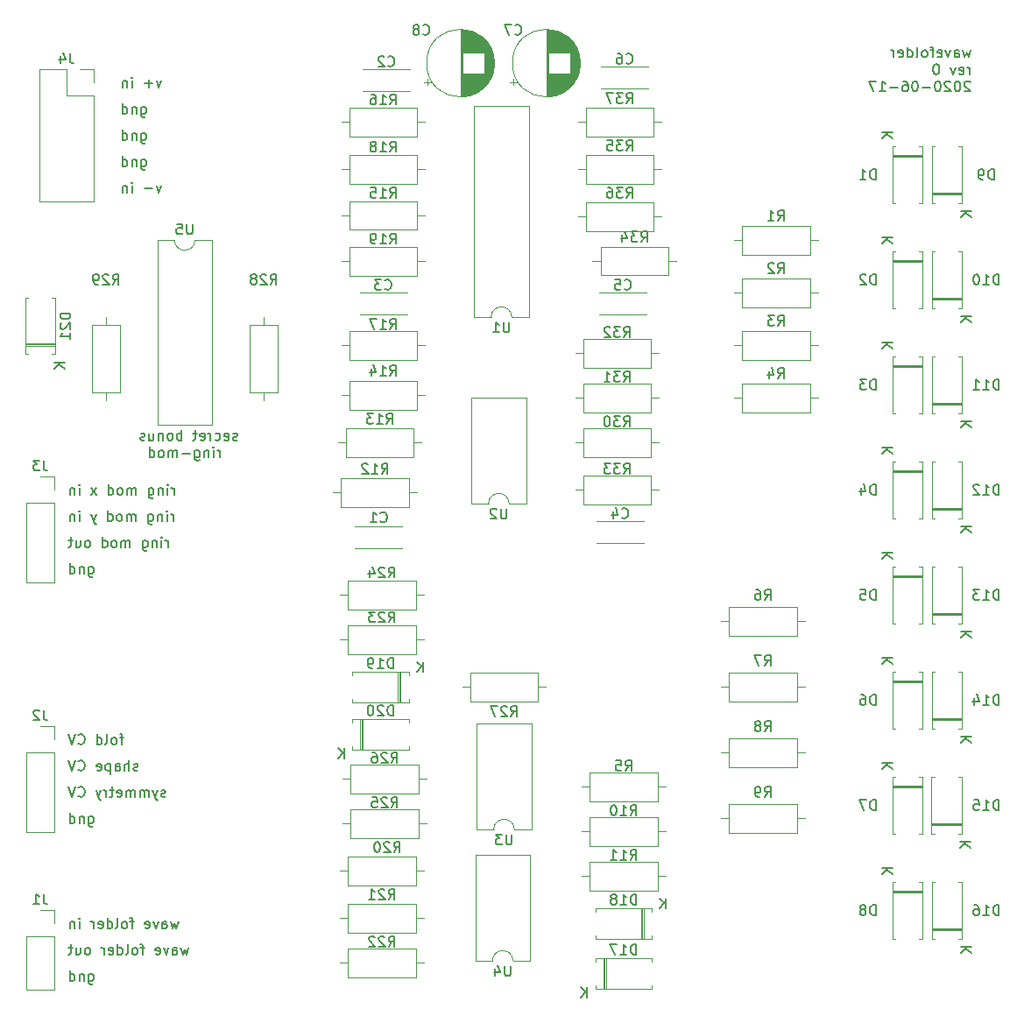
<source format=gbr>
G04 #@! TF.GenerationSoftware,KiCad,Pcbnew,5.1.6-c6e7f7d~86~ubuntu18.04.1*
G04 #@! TF.CreationDate,2020-06-20T10:04:16-04:00*
G04 #@! TF.ProjectId,wave_folder,77617665-5f66-46f6-9c64-65722e6b6963,rev?*
G04 #@! TF.SameCoordinates,Original*
G04 #@! TF.FileFunction,Legend,Bot*
G04 #@! TF.FilePolarity,Positive*
%FSLAX46Y46*%
G04 Gerber Fmt 4.6, Leading zero omitted, Abs format (unit mm)*
G04 Created by KiCad (PCBNEW 5.1.6-c6e7f7d~86~ubuntu18.04.1) date 2020-06-20 10:04:16*
%MOMM*%
%LPD*%
G01*
G04 APERTURE LIST*
%ADD10C,0.150000*%
%ADD11C,0.120000*%
G04 APERTURE END LIST*
D10*
X151121428Y-91654761D02*
X151026190Y-91702380D01*
X150835714Y-91702380D01*
X150740476Y-91654761D01*
X150692857Y-91559523D01*
X150692857Y-91511904D01*
X150740476Y-91416666D01*
X150835714Y-91369047D01*
X150978571Y-91369047D01*
X151073809Y-91321428D01*
X151121428Y-91226190D01*
X151121428Y-91178571D01*
X151073809Y-91083333D01*
X150978571Y-91035714D01*
X150835714Y-91035714D01*
X150740476Y-91083333D01*
X149883333Y-91654761D02*
X149978571Y-91702380D01*
X150169047Y-91702380D01*
X150264285Y-91654761D01*
X150311904Y-91559523D01*
X150311904Y-91178571D01*
X150264285Y-91083333D01*
X150169047Y-91035714D01*
X149978571Y-91035714D01*
X149883333Y-91083333D01*
X149835714Y-91178571D01*
X149835714Y-91273809D01*
X150311904Y-91369047D01*
X148978571Y-91654761D02*
X149073809Y-91702380D01*
X149264285Y-91702380D01*
X149359523Y-91654761D01*
X149407142Y-91607142D01*
X149454761Y-91511904D01*
X149454761Y-91226190D01*
X149407142Y-91130952D01*
X149359523Y-91083333D01*
X149264285Y-91035714D01*
X149073809Y-91035714D01*
X148978571Y-91083333D01*
X148550000Y-91702380D02*
X148550000Y-91035714D01*
X148550000Y-91226190D02*
X148502380Y-91130952D01*
X148454761Y-91083333D01*
X148359523Y-91035714D01*
X148264285Y-91035714D01*
X147550000Y-91654761D02*
X147645238Y-91702380D01*
X147835714Y-91702380D01*
X147930952Y-91654761D01*
X147978571Y-91559523D01*
X147978571Y-91178571D01*
X147930952Y-91083333D01*
X147835714Y-91035714D01*
X147645238Y-91035714D01*
X147550000Y-91083333D01*
X147502380Y-91178571D01*
X147502380Y-91273809D01*
X147978571Y-91369047D01*
X147216666Y-91035714D02*
X146835714Y-91035714D01*
X147073809Y-90702380D02*
X147073809Y-91559523D01*
X147026190Y-91654761D01*
X146930952Y-91702380D01*
X146835714Y-91702380D01*
X145740476Y-91702380D02*
X145740476Y-90702380D01*
X145740476Y-91083333D02*
X145645238Y-91035714D01*
X145454761Y-91035714D01*
X145359523Y-91083333D01*
X145311904Y-91130952D01*
X145264285Y-91226190D01*
X145264285Y-91511904D01*
X145311904Y-91607142D01*
X145359523Y-91654761D01*
X145454761Y-91702380D01*
X145645238Y-91702380D01*
X145740476Y-91654761D01*
X144692857Y-91702380D02*
X144788095Y-91654761D01*
X144835714Y-91607142D01*
X144883333Y-91511904D01*
X144883333Y-91226190D01*
X144835714Y-91130952D01*
X144788095Y-91083333D01*
X144692857Y-91035714D01*
X144550000Y-91035714D01*
X144454761Y-91083333D01*
X144407142Y-91130952D01*
X144359523Y-91226190D01*
X144359523Y-91511904D01*
X144407142Y-91607142D01*
X144454761Y-91654761D01*
X144550000Y-91702380D01*
X144692857Y-91702380D01*
X143930952Y-91035714D02*
X143930952Y-91702380D01*
X143930952Y-91130952D02*
X143883333Y-91083333D01*
X143788095Y-91035714D01*
X143645238Y-91035714D01*
X143550000Y-91083333D01*
X143502380Y-91178571D01*
X143502380Y-91702380D01*
X142597619Y-91035714D02*
X142597619Y-91702380D01*
X143026190Y-91035714D02*
X143026190Y-91559523D01*
X142978571Y-91654761D01*
X142883333Y-91702380D01*
X142740476Y-91702380D01*
X142645238Y-91654761D01*
X142597619Y-91607142D01*
X142169047Y-91654761D02*
X142073809Y-91702380D01*
X141883333Y-91702380D01*
X141788095Y-91654761D01*
X141740476Y-91559523D01*
X141740476Y-91511904D01*
X141788095Y-91416666D01*
X141883333Y-91369047D01*
X142026190Y-91369047D01*
X142121428Y-91321428D01*
X142169047Y-91226190D01*
X142169047Y-91178571D01*
X142121428Y-91083333D01*
X142026190Y-91035714D01*
X141883333Y-91035714D01*
X141788095Y-91083333D01*
X149454761Y-93352380D02*
X149454761Y-92685714D01*
X149454761Y-92876190D02*
X149407142Y-92780952D01*
X149359523Y-92733333D01*
X149264285Y-92685714D01*
X149169047Y-92685714D01*
X148835714Y-93352380D02*
X148835714Y-92685714D01*
X148835714Y-92352380D02*
X148883333Y-92400000D01*
X148835714Y-92447619D01*
X148788095Y-92400000D01*
X148835714Y-92352380D01*
X148835714Y-92447619D01*
X148359523Y-92685714D02*
X148359523Y-93352380D01*
X148359523Y-92780952D02*
X148311904Y-92733333D01*
X148216666Y-92685714D01*
X148073809Y-92685714D01*
X147978571Y-92733333D01*
X147930952Y-92828571D01*
X147930952Y-93352380D01*
X147026190Y-92685714D02*
X147026190Y-93495238D01*
X147073809Y-93590476D01*
X147121428Y-93638095D01*
X147216666Y-93685714D01*
X147359523Y-93685714D01*
X147454761Y-93638095D01*
X147026190Y-93304761D02*
X147121428Y-93352380D01*
X147311904Y-93352380D01*
X147407142Y-93304761D01*
X147454761Y-93257142D01*
X147502380Y-93161904D01*
X147502380Y-92876190D01*
X147454761Y-92780952D01*
X147407142Y-92733333D01*
X147311904Y-92685714D01*
X147121428Y-92685714D01*
X147026190Y-92733333D01*
X146550000Y-92971428D02*
X145788095Y-92971428D01*
X145311904Y-93352380D02*
X145311904Y-92685714D01*
X145311904Y-92780952D02*
X145264285Y-92733333D01*
X145169047Y-92685714D01*
X145026190Y-92685714D01*
X144930952Y-92733333D01*
X144883333Y-92828571D01*
X144883333Y-93352380D01*
X144883333Y-92828571D02*
X144835714Y-92733333D01*
X144740476Y-92685714D01*
X144597619Y-92685714D01*
X144502380Y-92733333D01*
X144454761Y-92828571D01*
X144454761Y-93352380D01*
X143835714Y-93352380D02*
X143930952Y-93304761D01*
X143978571Y-93257142D01*
X144026190Y-93161904D01*
X144026190Y-92876190D01*
X143978571Y-92780952D01*
X143930952Y-92733333D01*
X143835714Y-92685714D01*
X143692857Y-92685714D01*
X143597619Y-92733333D01*
X143550000Y-92780952D01*
X143502380Y-92876190D01*
X143502380Y-93161904D01*
X143550000Y-93257142D01*
X143597619Y-93304761D01*
X143692857Y-93352380D01*
X143835714Y-93352380D01*
X142645238Y-93352380D02*
X142645238Y-92352380D01*
X142645238Y-93304761D02*
X142740476Y-93352380D01*
X142930952Y-93352380D01*
X143026190Y-93304761D01*
X143073809Y-93257142D01*
X143121428Y-93161904D01*
X143121428Y-92876190D01*
X143073809Y-92780952D01*
X143026190Y-92733333D01*
X142930952Y-92685714D01*
X142740476Y-92685714D01*
X142645238Y-92733333D01*
X222009642Y-54015714D02*
X221819166Y-54682380D01*
X221628690Y-54206190D01*
X221438214Y-54682380D01*
X221247738Y-54015714D01*
X220438214Y-54682380D02*
X220438214Y-54158571D01*
X220485833Y-54063333D01*
X220581071Y-54015714D01*
X220771547Y-54015714D01*
X220866785Y-54063333D01*
X220438214Y-54634761D02*
X220533452Y-54682380D01*
X220771547Y-54682380D01*
X220866785Y-54634761D01*
X220914404Y-54539523D01*
X220914404Y-54444285D01*
X220866785Y-54349047D01*
X220771547Y-54301428D01*
X220533452Y-54301428D01*
X220438214Y-54253809D01*
X220057261Y-54015714D02*
X219819166Y-54682380D01*
X219581071Y-54015714D01*
X218819166Y-54634761D02*
X218914404Y-54682380D01*
X219104880Y-54682380D01*
X219200119Y-54634761D01*
X219247738Y-54539523D01*
X219247738Y-54158571D01*
X219200119Y-54063333D01*
X219104880Y-54015714D01*
X218914404Y-54015714D01*
X218819166Y-54063333D01*
X218771547Y-54158571D01*
X218771547Y-54253809D01*
X219247738Y-54349047D01*
X218485833Y-54015714D02*
X218104880Y-54015714D01*
X218342976Y-54682380D02*
X218342976Y-53825238D01*
X218295357Y-53730000D01*
X218200119Y-53682380D01*
X218104880Y-53682380D01*
X217628690Y-54682380D02*
X217723928Y-54634761D01*
X217771547Y-54587142D01*
X217819166Y-54491904D01*
X217819166Y-54206190D01*
X217771547Y-54110952D01*
X217723928Y-54063333D01*
X217628690Y-54015714D01*
X217485833Y-54015714D01*
X217390595Y-54063333D01*
X217342976Y-54110952D01*
X217295357Y-54206190D01*
X217295357Y-54491904D01*
X217342976Y-54587142D01*
X217390595Y-54634761D01*
X217485833Y-54682380D01*
X217628690Y-54682380D01*
X216723928Y-54682380D02*
X216819166Y-54634761D01*
X216866785Y-54539523D01*
X216866785Y-53682380D01*
X215914404Y-54682380D02*
X215914404Y-53682380D01*
X215914404Y-54634761D02*
X216009642Y-54682380D01*
X216200119Y-54682380D01*
X216295357Y-54634761D01*
X216342976Y-54587142D01*
X216390595Y-54491904D01*
X216390595Y-54206190D01*
X216342976Y-54110952D01*
X216295357Y-54063333D01*
X216200119Y-54015714D01*
X216009642Y-54015714D01*
X215914404Y-54063333D01*
X215057261Y-54634761D02*
X215152500Y-54682380D01*
X215342976Y-54682380D01*
X215438214Y-54634761D01*
X215485833Y-54539523D01*
X215485833Y-54158571D01*
X215438214Y-54063333D01*
X215342976Y-54015714D01*
X215152500Y-54015714D01*
X215057261Y-54063333D01*
X215009642Y-54158571D01*
X215009642Y-54253809D01*
X215485833Y-54349047D01*
X214581071Y-54682380D02*
X214581071Y-54015714D01*
X214581071Y-54206190D02*
X214533452Y-54110952D01*
X214485833Y-54063333D01*
X214390595Y-54015714D01*
X214295357Y-54015714D01*
X221914404Y-56332380D02*
X221914404Y-55665714D01*
X221914404Y-55856190D02*
X221866785Y-55760952D01*
X221819166Y-55713333D01*
X221723928Y-55665714D01*
X221628690Y-55665714D01*
X220914404Y-56284761D02*
X221009642Y-56332380D01*
X221200119Y-56332380D01*
X221295357Y-56284761D01*
X221342976Y-56189523D01*
X221342976Y-55808571D01*
X221295357Y-55713333D01*
X221200119Y-55665714D01*
X221009642Y-55665714D01*
X220914404Y-55713333D01*
X220866785Y-55808571D01*
X220866785Y-55903809D01*
X221342976Y-55999047D01*
X220533452Y-55665714D02*
X220295357Y-56332380D01*
X220057261Y-55665714D01*
X218723928Y-55332380D02*
X218628690Y-55332380D01*
X218533452Y-55380000D01*
X218485833Y-55427619D01*
X218438214Y-55522857D01*
X218390595Y-55713333D01*
X218390595Y-55951428D01*
X218438214Y-56141904D01*
X218485833Y-56237142D01*
X218533452Y-56284761D01*
X218628690Y-56332380D01*
X218723928Y-56332380D01*
X218819166Y-56284761D01*
X218866785Y-56237142D01*
X218914404Y-56141904D01*
X218962023Y-55951428D01*
X218962023Y-55713333D01*
X218914404Y-55522857D01*
X218866785Y-55427619D01*
X218819166Y-55380000D01*
X218723928Y-55332380D01*
X221962023Y-57077619D02*
X221914404Y-57030000D01*
X221819166Y-56982380D01*
X221581071Y-56982380D01*
X221485833Y-57030000D01*
X221438214Y-57077619D01*
X221390595Y-57172857D01*
X221390595Y-57268095D01*
X221438214Y-57410952D01*
X222009642Y-57982380D01*
X221390595Y-57982380D01*
X220771547Y-56982380D02*
X220676309Y-56982380D01*
X220581071Y-57030000D01*
X220533452Y-57077619D01*
X220485833Y-57172857D01*
X220438214Y-57363333D01*
X220438214Y-57601428D01*
X220485833Y-57791904D01*
X220533452Y-57887142D01*
X220581071Y-57934761D01*
X220676309Y-57982380D01*
X220771547Y-57982380D01*
X220866785Y-57934761D01*
X220914404Y-57887142D01*
X220962023Y-57791904D01*
X221009642Y-57601428D01*
X221009642Y-57363333D01*
X220962023Y-57172857D01*
X220914404Y-57077619D01*
X220866785Y-57030000D01*
X220771547Y-56982380D01*
X220057261Y-57077619D02*
X220009642Y-57030000D01*
X219914404Y-56982380D01*
X219676309Y-56982380D01*
X219581071Y-57030000D01*
X219533452Y-57077619D01*
X219485833Y-57172857D01*
X219485833Y-57268095D01*
X219533452Y-57410952D01*
X220104880Y-57982380D01*
X219485833Y-57982380D01*
X218866785Y-56982380D02*
X218771547Y-56982380D01*
X218676309Y-57030000D01*
X218628690Y-57077619D01*
X218581071Y-57172857D01*
X218533452Y-57363333D01*
X218533452Y-57601428D01*
X218581071Y-57791904D01*
X218628690Y-57887142D01*
X218676309Y-57934761D01*
X218771547Y-57982380D01*
X218866785Y-57982380D01*
X218962023Y-57934761D01*
X219009642Y-57887142D01*
X219057261Y-57791904D01*
X219104880Y-57601428D01*
X219104880Y-57363333D01*
X219057261Y-57172857D01*
X219009642Y-57077619D01*
X218962023Y-57030000D01*
X218866785Y-56982380D01*
X218104880Y-57601428D02*
X217342976Y-57601428D01*
X216676309Y-56982380D02*
X216581071Y-56982380D01*
X216485833Y-57030000D01*
X216438214Y-57077619D01*
X216390595Y-57172857D01*
X216342976Y-57363333D01*
X216342976Y-57601428D01*
X216390595Y-57791904D01*
X216438214Y-57887142D01*
X216485833Y-57934761D01*
X216581071Y-57982380D01*
X216676309Y-57982380D01*
X216771547Y-57934761D01*
X216819166Y-57887142D01*
X216866785Y-57791904D01*
X216914404Y-57601428D01*
X216914404Y-57363333D01*
X216866785Y-57172857D01*
X216819166Y-57077619D01*
X216771547Y-57030000D01*
X216676309Y-56982380D01*
X215485833Y-56982380D02*
X215676309Y-56982380D01*
X215771547Y-57030000D01*
X215819166Y-57077619D01*
X215914404Y-57220476D01*
X215962023Y-57410952D01*
X215962023Y-57791904D01*
X215914404Y-57887142D01*
X215866785Y-57934761D01*
X215771547Y-57982380D01*
X215581071Y-57982380D01*
X215485833Y-57934761D01*
X215438214Y-57887142D01*
X215390595Y-57791904D01*
X215390595Y-57553809D01*
X215438214Y-57458571D01*
X215485833Y-57410952D01*
X215581071Y-57363333D01*
X215771547Y-57363333D01*
X215866785Y-57410952D01*
X215914404Y-57458571D01*
X215962023Y-57553809D01*
X214962023Y-57601428D02*
X214200119Y-57601428D01*
X213200119Y-57982380D02*
X213771547Y-57982380D01*
X213485833Y-57982380D02*
X213485833Y-56982380D01*
X213581071Y-57125238D01*
X213676309Y-57220476D01*
X213771547Y-57268095D01*
X212866785Y-56982380D02*
X212200119Y-56982380D01*
X212628690Y-57982380D01*
X143797500Y-67095714D02*
X143559404Y-67762380D01*
X143321309Y-67095714D01*
X142940357Y-67381428D02*
X142178452Y-67381428D01*
X140940357Y-67762380D02*
X140940357Y-67095714D01*
X140940357Y-66762380D02*
X140987976Y-66810000D01*
X140940357Y-66857619D01*
X140892738Y-66810000D01*
X140940357Y-66762380D01*
X140940357Y-66857619D01*
X140464166Y-67095714D02*
X140464166Y-67762380D01*
X140464166Y-67190952D02*
X140416547Y-67143333D01*
X140321309Y-67095714D01*
X140178452Y-67095714D01*
X140083214Y-67143333D01*
X140035595Y-67238571D01*
X140035595Y-67762380D01*
X141845119Y-64555714D02*
X141845119Y-65365238D01*
X141892738Y-65460476D01*
X141940357Y-65508095D01*
X142035595Y-65555714D01*
X142178452Y-65555714D01*
X142273690Y-65508095D01*
X141845119Y-65174761D02*
X141940357Y-65222380D01*
X142130833Y-65222380D01*
X142226071Y-65174761D01*
X142273690Y-65127142D01*
X142321309Y-65031904D01*
X142321309Y-64746190D01*
X142273690Y-64650952D01*
X142226071Y-64603333D01*
X142130833Y-64555714D01*
X141940357Y-64555714D01*
X141845119Y-64603333D01*
X141368928Y-64555714D02*
X141368928Y-65222380D01*
X141368928Y-64650952D02*
X141321309Y-64603333D01*
X141226071Y-64555714D01*
X141083214Y-64555714D01*
X140987976Y-64603333D01*
X140940357Y-64698571D01*
X140940357Y-65222380D01*
X140035595Y-65222380D02*
X140035595Y-64222380D01*
X140035595Y-65174761D02*
X140130833Y-65222380D01*
X140321309Y-65222380D01*
X140416547Y-65174761D01*
X140464166Y-65127142D01*
X140511785Y-65031904D01*
X140511785Y-64746190D01*
X140464166Y-64650952D01*
X140416547Y-64603333D01*
X140321309Y-64555714D01*
X140130833Y-64555714D01*
X140035595Y-64603333D01*
X141845119Y-62015714D02*
X141845119Y-62825238D01*
X141892738Y-62920476D01*
X141940357Y-62968095D01*
X142035595Y-63015714D01*
X142178452Y-63015714D01*
X142273690Y-62968095D01*
X141845119Y-62634761D02*
X141940357Y-62682380D01*
X142130833Y-62682380D01*
X142226071Y-62634761D01*
X142273690Y-62587142D01*
X142321309Y-62491904D01*
X142321309Y-62206190D01*
X142273690Y-62110952D01*
X142226071Y-62063333D01*
X142130833Y-62015714D01*
X141940357Y-62015714D01*
X141845119Y-62063333D01*
X141368928Y-62015714D02*
X141368928Y-62682380D01*
X141368928Y-62110952D02*
X141321309Y-62063333D01*
X141226071Y-62015714D01*
X141083214Y-62015714D01*
X140987976Y-62063333D01*
X140940357Y-62158571D01*
X140940357Y-62682380D01*
X140035595Y-62682380D02*
X140035595Y-61682380D01*
X140035595Y-62634761D02*
X140130833Y-62682380D01*
X140321309Y-62682380D01*
X140416547Y-62634761D01*
X140464166Y-62587142D01*
X140511785Y-62491904D01*
X140511785Y-62206190D01*
X140464166Y-62110952D01*
X140416547Y-62063333D01*
X140321309Y-62015714D01*
X140130833Y-62015714D01*
X140035595Y-62063333D01*
X141845119Y-59475714D02*
X141845119Y-60285238D01*
X141892738Y-60380476D01*
X141940357Y-60428095D01*
X142035595Y-60475714D01*
X142178452Y-60475714D01*
X142273690Y-60428095D01*
X141845119Y-60094761D02*
X141940357Y-60142380D01*
X142130833Y-60142380D01*
X142226071Y-60094761D01*
X142273690Y-60047142D01*
X142321309Y-59951904D01*
X142321309Y-59666190D01*
X142273690Y-59570952D01*
X142226071Y-59523333D01*
X142130833Y-59475714D01*
X141940357Y-59475714D01*
X141845119Y-59523333D01*
X141368928Y-59475714D02*
X141368928Y-60142380D01*
X141368928Y-59570952D02*
X141321309Y-59523333D01*
X141226071Y-59475714D01*
X141083214Y-59475714D01*
X140987976Y-59523333D01*
X140940357Y-59618571D01*
X140940357Y-60142380D01*
X140035595Y-60142380D02*
X140035595Y-59142380D01*
X140035595Y-60094761D02*
X140130833Y-60142380D01*
X140321309Y-60142380D01*
X140416547Y-60094761D01*
X140464166Y-60047142D01*
X140511785Y-59951904D01*
X140511785Y-59666190D01*
X140464166Y-59570952D01*
X140416547Y-59523333D01*
X140321309Y-59475714D01*
X140130833Y-59475714D01*
X140035595Y-59523333D01*
X143797500Y-56935714D02*
X143559404Y-57602380D01*
X143321309Y-56935714D01*
X142940357Y-57221428D02*
X142178452Y-57221428D01*
X142559404Y-57602380D02*
X142559404Y-56840476D01*
X140940357Y-57602380D02*
X140940357Y-56935714D01*
X140940357Y-56602380D02*
X140987976Y-56650000D01*
X140940357Y-56697619D01*
X140892738Y-56650000D01*
X140940357Y-56602380D01*
X140940357Y-56697619D01*
X140464166Y-56935714D02*
X140464166Y-57602380D01*
X140464166Y-57030952D02*
X140416547Y-56983333D01*
X140321309Y-56935714D01*
X140178452Y-56935714D01*
X140083214Y-56983333D01*
X140035595Y-57078571D01*
X140035595Y-57602380D01*
X136765119Y-103925714D02*
X136765119Y-104735238D01*
X136812738Y-104830476D01*
X136860357Y-104878095D01*
X136955595Y-104925714D01*
X137098452Y-104925714D01*
X137193690Y-104878095D01*
X136765119Y-104544761D02*
X136860357Y-104592380D01*
X137050833Y-104592380D01*
X137146071Y-104544761D01*
X137193690Y-104497142D01*
X137241309Y-104401904D01*
X137241309Y-104116190D01*
X137193690Y-104020952D01*
X137146071Y-103973333D01*
X137050833Y-103925714D01*
X136860357Y-103925714D01*
X136765119Y-103973333D01*
X136288928Y-103925714D02*
X136288928Y-104592380D01*
X136288928Y-104020952D02*
X136241309Y-103973333D01*
X136146071Y-103925714D01*
X136003214Y-103925714D01*
X135907976Y-103973333D01*
X135860357Y-104068571D01*
X135860357Y-104592380D01*
X134955595Y-104592380D02*
X134955595Y-103592380D01*
X134955595Y-104544761D02*
X135050833Y-104592380D01*
X135241309Y-104592380D01*
X135336547Y-104544761D01*
X135384166Y-104497142D01*
X135431785Y-104401904D01*
X135431785Y-104116190D01*
X135384166Y-104020952D01*
X135336547Y-103973333D01*
X135241309Y-103925714D01*
X135050833Y-103925714D01*
X134955595Y-103973333D01*
X144431785Y-102052380D02*
X144431785Y-101385714D01*
X144431785Y-101576190D02*
X144384166Y-101480952D01*
X144336547Y-101433333D01*
X144241309Y-101385714D01*
X144146071Y-101385714D01*
X143812738Y-102052380D02*
X143812738Y-101385714D01*
X143812738Y-101052380D02*
X143860357Y-101100000D01*
X143812738Y-101147619D01*
X143765119Y-101100000D01*
X143812738Y-101052380D01*
X143812738Y-101147619D01*
X143336547Y-101385714D02*
X143336547Y-102052380D01*
X143336547Y-101480952D02*
X143288928Y-101433333D01*
X143193690Y-101385714D01*
X143050833Y-101385714D01*
X142955595Y-101433333D01*
X142907976Y-101528571D01*
X142907976Y-102052380D01*
X142003214Y-101385714D02*
X142003214Y-102195238D01*
X142050833Y-102290476D01*
X142098452Y-102338095D01*
X142193690Y-102385714D01*
X142336547Y-102385714D01*
X142431785Y-102338095D01*
X142003214Y-102004761D02*
X142098452Y-102052380D01*
X142288928Y-102052380D01*
X142384166Y-102004761D01*
X142431785Y-101957142D01*
X142479404Y-101861904D01*
X142479404Y-101576190D01*
X142431785Y-101480952D01*
X142384166Y-101433333D01*
X142288928Y-101385714D01*
X142098452Y-101385714D01*
X142003214Y-101433333D01*
X140765119Y-102052380D02*
X140765119Y-101385714D01*
X140765119Y-101480952D02*
X140717500Y-101433333D01*
X140622261Y-101385714D01*
X140479404Y-101385714D01*
X140384166Y-101433333D01*
X140336547Y-101528571D01*
X140336547Y-102052380D01*
X140336547Y-101528571D02*
X140288928Y-101433333D01*
X140193690Y-101385714D01*
X140050833Y-101385714D01*
X139955595Y-101433333D01*
X139907976Y-101528571D01*
X139907976Y-102052380D01*
X139288928Y-102052380D02*
X139384166Y-102004761D01*
X139431785Y-101957142D01*
X139479404Y-101861904D01*
X139479404Y-101576190D01*
X139431785Y-101480952D01*
X139384166Y-101433333D01*
X139288928Y-101385714D01*
X139146071Y-101385714D01*
X139050833Y-101433333D01*
X139003214Y-101480952D01*
X138955595Y-101576190D01*
X138955595Y-101861904D01*
X139003214Y-101957142D01*
X139050833Y-102004761D01*
X139146071Y-102052380D01*
X139288928Y-102052380D01*
X138098452Y-102052380D02*
X138098452Y-101052380D01*
X138098452Y-102004761D02*
X138193690Y-102052380D01*
X138384166Y-102052380D01*
X138479404Y-102004761D01*
X138527023Y-101957142D01*
X138574642Y-101861904D01*
X138574642Y-101576190D01*
X138527023Y-101480952D01*
X138479404Y-101433333D01*
X138384166Y-101385714D01*
X138193690Y-101385714D01*
X138098452Y-101433333D01*
X136717500Y-102052380D02*
X136812738Y-102004761D01*
X136860357Y-101957142D01*
X136907976Y-101861904D01*
X136907976Y-101576190D01*
X136860357Y-101480952D01*
X136812738Y-101433333D01*
X136717500Y-101385714D01*
X136574642Y-101385714D01*
X136479404Y-101433333D01*
X136431785Y-101480952D01*
X136384166Y-101576190D01*
X136384166Y-101861904D01*
X136431785Y-101957142D01*
X136479404Y-102004761D01*
X136574642Y-102052380D01*
X136717500Y-102052380D01*
X135527023Y-101385714D02*
X135527023Y-102052380D01*
X135955595Y-101385714D02*
X135955595Y-101909523D01*
X135907976Y-102004761D01*
X135812738Y-102052380D01*
X135669880Y-102052380D01*
X135574642Y-102004761D01*
X135527023Y-101957142D01*
X135193690Y-101385714D02*
X134812738Y-101385714D01*
X135050833Y-101052380D02*
X135050833Y-101909523D01*
X135003214Y-102004761D01*
X134907976Y-102052380D01*
X134812738Y-102052380D01*
X144955595Y-99512380D02*
X144955595Y-98845714D01*
X144955595Y-99036190D02*
X144907976Y-98940952D01*
X144860357Y-98893333D01*
X144765119Y-98845714D01*
X144669880Y-98845714D01*
X144336547Y-99512380D02*
X144336547Y-98845714D01*
X144336547Y-98512380D02*
X144384166Y-98560000D01*
X144336547Y-98607619D01*
X144288928Y-98560000D01*
X144336547Y-98512380D01*
X144336547Y-98607619D01*
X143860357Y-98845714D02*
X143860357Y-99512380D01*
X143860357Y-98940952D02*
X143812738Y-98893333D01*
X143717500Y-98845714D01*
X143574642Y-98845714D01*
X143479404Y-98893333D01*
X143431785Y-98988571D01*
X143431785Y-99512380D01*
X142527023Y-98845714D02*
X142527023Y-99655238D01*
X142574642Y-99750476D01*
X142622261Y-99798095D01*
X142717500Y-99845714D01*
X142860357Y-99845714D01*
X142955595Y-99798095D01*
X142527023Y-99464761D02*
X142622261Y-99512380D01*
X142812738Y-99512380D01*
X142907976Y-99464761D01*
X142955595Y-99417142D01*
X143003214Y-99321904D01*
X143003214Y-99036190D01*
X142955595Y-98940952D01*
X142907976Y-98893333D01*
X142812738Y-98845714D01*
X142622261Y-98845714D01*
X142527023Y-98893333D01*
X141288928Y-99512380D02*
X141288928Y-98845714D01*
X141288928Y-98940952D02*
X141241309Y-98893333D01*
X141146071Y-98845714D01*
X141003214Y-98845714D01*
X140907976Y-98893333D01*
X140860357Y-98988571D01*
X140860357Y-99512380D01*
X140860357Y-98988571D02*
X140812738Y-98893333D01*
X140717500Y-98845714D01*
X140574642Y-98845714D01*
X140479404Y-98893333D01*
X140431785Y-98988571D01*
X140431785Y-99512380D01*
X139812738Y-99512380D02*
X139907976Y-99464761D01*
X139955595Y-99417142D01*
X140003214Y-99321904D01*
X140003214Y-99036190D01*
X139955595Y-98940952D01*
X139907976Y-98893333D01*
X139812738Y-98845714D01*
X139669880Y-98845714D01*
X139574642Y-98893333D01*
X139527023Y-98940952D01*
X139479404Y-99036190D01*
X139479404Y-99321904D01*
X139527023Y-99417142D01*
X139574642Y-99464761D01*
X139669880Y-99512380D01*
X139812738Y-99512380D01*
X138622261Y-99512380D02*
X138622261Y-98512380D01*
X138622261Y-99464761D02*
X138717500Y-99512380D01*
X138907976Y-99512380D01*
X139003214Y-99464761D01*
X139050833Y-99417142D01*
X139098452Y-99321904D01*
X139098452Y-99036190D01*
X139050833Y-98940952D01*
X139003214Y-98893333D01*
X138907976Y-98845714D01*
X138717500Y-98845714D01*
X138622261Y-98893333D01*
X137479404Y-98845714D02*
X137241309Y-99512380D01*
X137003214Y-98845714D02*
X137241309Y-99512380D01*
X137336547Y-99750476D01*
X137384166Y-99798095D01*
X137479404Y-99845714D01*
X135860357Y-99512380D02*
X135860357Y-98845714D01*
X135860357Y-98512380D02*
X135907976Y-98560000D01*
X135860357Y-98607619D01*
X135812738Y-98560000D01*
X135860357Y-98512380D01*
X135860357Y-98607619D01*
X135384166Y-98845714D02*
X135384166Y-99512380D01*
X135384166Y-98940952D02*
X135336547Y-98893333D01*
X135241309Y-98845714D01*
X135098452Y-98845714D01*
X135003214Y-98893333D01*
X134955595Y-98988571D01*
X134955595Y-99512380D01*
X145003214Y-96972380D02*
X145003214Y-96305714D01*
X145003214Y-96496190D02*
X144955595Y-96400952D01*
X144907976Y-96353333D01*
X144812738Y-96305714D01*
X144717500Y-96305714D01*
X144384166Y-96972380D02*
X144384166Y-96305714D01*
X144384166Y-95972380D02*
X144431785Y-96020000D01*
X144384166Y-96067619D01*
X144336547Y-96020000D01*
X144384166Y-95972380D01*
X144384166Y-96067619D01*
X143907976Y-96305714D02*
X143907976Y-96972380D01*
X143907976Y-96400952D02*
X143860357Y-96353333D01*
X143765119Y-96305714D01*
X143622261Y-96305714D01*
X143527023Y-96353333D01*
X143479404Y-96448571D01*
X143479404Y-96972380D01*
X142574642Y-96305714D02*
X142574642Y-97115238D01*
X142622261Y-97210476D01*
X142669880Y-97258095D01*
X142765119Y-97305714D01*
X142907976Y-97305714D01*
X143003214Y-97258095D01*
X142574642Y-96924761D02*
X142669880Y-96972380D01*
X142860357Y-96972380D01*
X142955595Y-96924761D01*
X143003214Y-96877142D01*
X143050833Y-96781904D01*
X143050833Y-96496190D01*
X143003214Y-96400952D01*
X142955595Y-96353333D01*
X142860357Y-96305714D01*
X142669880Y-96305714D01*
X142574642Y-96353333D01*
X141336547Y-96972380D02*
X141336547Y-96305714D01*
X141336547Y-96400952D02*
X141288928Y-96353333D01*
X141193690Y-96305714D01*
X141050833Y-96305714D01*
X140955595Y-96353333D01*
X140907976Y-96448571D01*
X140907976Y-96972380D01*
X140907976Y-96448571D02*
X140860357Y-96353333D01*
X140765119Y-96305714D01*
X140622261Y-96305714D01*
X140527023Y-96353333D01*
X140479404Y-96448571D01*
X140479404Y-96972380D01*
X139860357Y-96972380D02*
X139955595Y-96924761D01*
X140003214Y-96877142D01*
X140050833Y-96781904D01*
X140050833Y-96496190D01*
X140003214Y-96400952D01*
X139955595Y-96353333D01*
X139860357Y-96305714D01*
X139717500Y-96305714D01*
X139622261Y-96353333D01*
X139574642Y-96400952D01*
X139527023Y-96496190D01*
X139527023Y-96781904D01*
X139574642Y-96877142D01*
X139622261Y-96924761D01*
X139717500Y-96972380D01*
X139860357Y-96972380D01*
X138669880Y-96972380D02*
X138669880Y-95972380D01*
X138669880Y-96924761D02*
X138765119Y-96972380D01*
X138955595Y-96972380D01*
X139050833Y-96924761D01*
X139098452Y-96877142D01*
X139146071Y-96781904D01*
X139146071Y-96496190D01*
X139098452Y-96400952D01*
X139050833Y-96353333D01*
X138955595Y-96305714D01*
X138765119Y-96305714D01*
X138669880Y-96353333D01*
X137527023Y-96972380D02*
X137003214Y-96305714D01*
X137527023Y-96305714D02*
X137003214Y-96972380D01*
X135860357Y-96972380D02*
X135860357Y-96305714D01*
X135860357Y-95972380D02*
X135907976Y-96020000D01*
X135860357Y-96067619D01*
X135812738Y-96020000D01*
X135860357Y-95972380D01*
X135860357Y-96067619D01*
X135384166Y-96305714D02*
X135384166Y-96972380D01*
X135384166Y-96400952D02*
X135336547Y-96353333D01*
X135241309Y-96305714D01*
X135098452Y-96305714D01*
X135003214Y-96353333D01*
X134955595Y-96448571D01*
X134955595Y-96972380D01*
X136765119Y-128055714D02*
X136765119Y-128865238D01*
X136812738Y-128960476D01*
X136860357Y-129008095D01*
X136955595Y-129055714D01*
X137098452Y-129055714D01*
X137193690Y-129008095D01*
X136765119Y-128674761D02*
X136860357Y-128722380D01*
X137050833Y-128722380D01*
X137146071Y-128674761D01*
X137193690Y-128627142D01*
X137241309Y-128531904D01*
X137241309Y-128246190D01*
X137193690Y-128150952D01*
X137146071Y-128103333D01*
X137050833Y-128055714D01*
X136860357Y-128055714D01*
X136765119Y-128103333D01*
X136288928Y-128055714D02*
X136288928Y-128722380D01*
X136288928Y-128150952D02*
X136241309Y-128103333D01*
X136146071Y-128055714D01*
X136003214Y-128055714D01*
X135907976Y-128103333D01*
X135860357Y-128198571D01*
X135860357Y-128722380D01*
X134955595Y-128722380D02*
X134955595Y-127722380D01*
X134955595Y-128674761D02*
X135050833Y-128722380D01*
X135241309Y-128722380D01*
X135336547Y-128674761D01*
X135384166Y-128627142D01*
X135431785Y-128531904D01*
X135431785Y-128246190D01*
X135384166Y-128150952D01*
X135336547Y-128103333D01*
X135241309Y-128055714D01*
X135050833Y-128055714D01*
X134955595Y-128103333D01*
X144193690Y-126134761D02*
X144098452Y-126182380D01*
X143907976Y-126182380D01*
X143812738Y-126134761D01*
X143765119Y-126039523D01*
X143765119Y-125991904D01*
X143812738Y-125896666D01*
X143907976Y-125849047D01*
X144050833Y-125849047D01*
X144146071Y-125801428D01*
X144193690Y-125706190D01*
X144193690Y-125658571D01*
X144146071Y-125563333D01*
X144050833Y-125515714D01*
X143907976Y-125515714D01*
X143812738Y-125563333D01*
X143431785Y-125515714D02*
X143193690Y-126182380D01*
X142955595Y-125515714D02*
X143193690Y-126182380D01*
X143288928Y-126420476D01*
X143336547Y-126468095D01*
X143431785Y-126515714D01*
X142574642Y-126182380D02*
X142574642Y-125515714D01*
X142574642Y-125610952D02*
X142527023Y-125563333D01*
X142431785Y-125515714D01*
X142288928Y-125515714D01*
X142193690Y-125563333D01*
X142146071Y-125658571D01*
X142146071Y-126182380D01*
X142146071Y-125658571D02*
X142098452Y-125563333D01*
X142003214Y-125515714D01*
X141860357Y-125515714D01*
X141765119Y-125563333D01*
X141717500Y-125658571D01*
X141717500Y-126182380D01*
X141241309Y-126182380D02*
X141241309Y-125515714D01*
X141241309Y-125610952D02*
X141193690Y-125563333D01*
X141098452Y-125515714D01*
X140955595Y-125515714D01*
X140860357Y-125563333D01*
X140812738Y-125658571D01*
X140812738Y-126182380D01*
X140812738Y-125658571D02*
X140765119Y-125563333D01*
X140669880Y-125515714D01*
X140527023Y-125515714D01*
X140431785Y-125563333D01*
X140384166Y-125658571D01*
X140384166Y-126182380D01*
X139527023Y-126134761D02*
X139622261Y-126182380D01*
X139812738Y-126182380D01*
X139907976Y-126134761D01*
X139955595Y-126039523D01*
X139955595Y-125658571D01*
X139907976Y-125563333D01*
X139812738Y-125515714D01*
X139622261Y-125515714D01*
X139527023Y-125563333D01*
X139479404Y-125658571D01*
X139479404Y-125753809D01*
X139955595Y-125849047D01*
X139193690Y-125515714D02*
X138812738Y-125515714D01*
X139050833Y-125182380D02*
X139050833Y-126039523D01*
X139003214Y-126134761D01*
X138907976Y-126182380D01*
X138812738Y-126182380D01*
X138479404Y-126182380D02*
X138479404Y-125515714D01*
X138479404Y-125706190D02*
X138431785Y-125610952D01*
X138384166Y-125563333D01*
X138288928Y-125515714D01*
X138193690Y-125515714D01*
X137955595Y-125515714D02*
X137717500Y-126182380D01*
X137479404Y-125515714D02*
X137717500Y-126182380D01*
X137812738Y-126420476D01*
X137860357Y-126468095D01*
X137955595Y-126515714D01*
X135765119Y-126087142D02*
X135812738Y-126134761D01*
X135955595Y-126182380D01*
X136050833Y-126182380D01*
X136193690Y-126134761D01*
X136288928Y-126039523D01*
X136336547Y-125944285D01*
X136384166Y-125753809D01*
X136384166Y-125610952D01*
X136336547Y-125420476D01*
X136288928Y-125325238D01*
X136193690Y-125230000D01*
X136050833Y-125182380D01*
X135955595Y-125182380D01*
X135812738Y-125230000D01*
X135765119Y-125277619D01*
X135479404Y-125182380D02*
X135146071Y-126182380D01*
X134812738Y-125182380D01*
X141527023Y-123594761D02*
X141431785Y-123642380D01*
X141241309Y-123642380D01*
X141146071Y-123594761D01*
X141098452Y-123499523D01*
X141098452Y-123451904D01*
X141146071Y-123356666D01*
X141241309Y-123309047D01*
X141384166Y-123309047D01*
X141479404Y-123261428D01*
X141527023Y-123166190D01*
X141527023Y-123118571D01*
X141479404Y-123023333D01*
X141384166Y-122975714D01*
X141241309Y-122975714D01*
X141146071Y-123023333D01*
X140669880Y-123642380D02*
X140669880Y-122642380D01*
X140241309Y-123642380D02*
X140241309Y-123118571D01*
X140288928Y-123023333D01*
X140384166Y-122975714D01*
X140527023Y-122975714D01*
X140622261Y-123023333D01*
X140669880Y-123070952D01*
X139336547Y-123642380D02*
X139336547Y-123118571D01*
X139384166Y-123023333D01*
X139479404Y-122975714D01*
X139669880Y-122975714D01*
X139765119Y-123023333D01*
X139336547Y-123594761D02*
X139431785Y-123642380D01*
X139669880Y-123642380D01*
X139765119Y-123594761D01*
X139812738Y-123499523D01*
X139812738Y-123404285D01*
X139765119Y-123309047D01*
X139669880Y-123261428D01*
X139431785Y-123261428D01*
X139336547Y-123213809D01*
X138860357Y-122975714D02*
X138860357Y-123975714D01*
X138860357Y-123023333D02*
X138765119Y-122975714D01*
X138574642Y-122975714D01*
X138479404Y-123023333D01*
X138431785Y-123070952D01*
X138384166Y-123166190D01*
X138384166Y-123451904D01*
X138431785Y-123547142D01*
X138479404Y-123594761D01*
X138574642Y-123642380D01*
X138765119Y-123642380D01*
X138860357Y-123594761D01*
X137574642Y-123594761D02*
X137669880Y-123642380D01*
X137860357Y-123642380D01*
X137955595Y-123594761D01*
X138003214Y-123499523D01*
X138003214Y-123118571D01*
X137955595Y-123023333D01*
X137860357Y-122975714D01*
X137669880Y-122975714D01*
X137574642Y-123023333D01*
X137527023Y-123118571D01*
X137527023Y-123213809D01*
X138003214Y-123309047D01*
X135765119Y-123547142D02*
X135812738Y-123594761D01*
X135955595Y-123642380D01*
X136050833Y-123642380D01*
X136193690Y-123594761D01*
X136288928Y-123499523D01*
X136336547Y-123404285D01*
X136384166Y-123213809D01*
X136384166Y-123070952D01*
X136336547Y-122880476D01*
X136288928Y-122785238D01*
X136193690Y-122690000D01*
X136050833Y-122642380D01*
X135955595Y-122642380D01*
X135812738Y-122690000D01*
X135765119Y-122737619D01*
X135479404Y-122642380D02*
X135146071Y-123642380D01*
X134812738Y-122642380D01*
X140146071Y-120435714D02*
X139765119Y-120435714D01*
X140003214Y-121102380D02*
X140003214Y-120245238D01*
X139955595Y-120150000D01*
X139860357Y-120102380D01*
X139765119Y-120102380D01*
X139288928Y-121102380D02*
X139384166Y-121054761D01*
X139431785Y-121007142D01*
X139479404Y-120911904D01*
X139479404Y-120626190D01*
X139431785Y-120530952D01*
X139384166Y-120483333D01*
X139288928Y-120435714D01*
X139146071Y-120435714D01*
X139050833Y-120483333D01*
X139003214Y-120530952D01*
X138955595Y-120626190D01*
X138955595Y-120911904D01*
X139003214Y-121007142D01*
X139050833Y-121054761D01*
X139146071Y-121102380D01*
X139288928Y-121102380D01*
X138384166Y-121102380D02*
X138479404Y-121054761D01*
X138527023Y-120959523D01*
X138527023Y-120102380D01*
X137574642Y-121102380D02*
X137574642Y-120102380D01*
X137574642Y-121054761D02*
X137669880Y-121102380D01*
X137860357Y-121102380D01*
X137955595Y-121054761D01*
X138003214Y-121007142D01*
X138050833Y-120911904D01*
X138050833Y-120626190D01*
X138003214Y-120530952D01*
X137955595Y-120483333D01*
X137860357Y-120435714D01*
X137669880Y-120435714D01*
X137574642Y-120483333D01*
X135765119Y-121007142D02*
X135812738Y-121054761D01*
X135955595Y-121102380D01*
X136050833Y-121102380D01*
X136193690Y-121054761D01*
X136288928Y-120959523D01*
X136336547Y-120864285D01*
X136384166Y-120673809D01*
X136384166Y-120530952D01*
X136336547Y-120340476D01*
X136288928Y-120245238D01*
X136193690Y-120150000D01*
X136050833Y-120102380D01*
X135955595Y-120102380D01*
X135812738Y-120150000D01*
X135765119Y-120197619D01*
X135479404Y-120102380D02*
X135146071Y-121102380D01*
X134812738Y-120102380D01*
X136765119Y-143295714D02*
X136765119Y-144105238D01*
X136812738Y-144200476D01*
X136860357Y-144248095D01*
X136955595Y-144295714D01*
X137098452Y-144295714D01*
X137193690Y-144248095D01*
X136765119Y-143914761D02*
X136860357Y-143962380D01*
X137050833Y-143962380D01*
X137146071Y-143914761D01*
X137193690Y-143867142D01*
X137241309Y-143771904D01*
X137241309Y-143486190D01*
X137193690Y-143390952D01*
X137146071Y-143343333D01*
X137050833Y-143295714D01*
X136860357Y-143295714D01*
X136765119Y-143343333D01*
X136288928Y-143295714D02*
X136288928Y-143962380D01*
X136288928Y-143390952D02*
X136241309Y-143343333D01*
X136146071Y-143295714D01*
X136003214Y-143295714D01*
X135907976Y-143343333D01*
X135860357Y-143438571D01*
X135860357Y-143962380D01*
X134955595Y-143962380D02*
X134955595Y-142962380D01*
X134955595Y-143914761D02*
X135050833Y-143962380D01*
X135241309Y-143962380D01*
X135336547Y-143914761D01*
X135384166Y-143867142D01*
X135431785Y-143771904D01*
X135431785Y-143486190D01*
X135384166Y-143390952D01*
X135336547Y-143343333D01*
X135241309Y-143295714D01*
X135050833Y-143295714D01*
X134955595Y-143343333D01*
X146431785Y-140755714D02*
X146241309Y-141422380D01*
X146050833Y-140946190D01*
X145860357Y-141422380D01*
X145669880Y-140755714D01*
X144860357Y-141422380D02*
X144860357Y-140898571D01*
X144907976Y-140803333D01*
X145003214Y-140755714D01*
X145193690Y-140755714D01*
X145288928Y-140803333D01*
X144860357Y-141374761D02*
X144955595Y-141422380D01*
X145193690Y-141422380D01*
X145288928Y-141374761D01*
X145336547Y-141279523D01*
X145336547Y-141184285D01*
X145288928Y-141089047D01*
X145193690Y-141041428D01*
X144955595Y-141041428D01*
X144860357Y-140993809D01*
X144479404Y-140755714D02*
X144241309Y-141422380D01*
X144003214Y-140755714D01*
X143241309Y-141374761D02*
X143336547Y-141422380D01*
X143527023Y-141422380D01*
X143622261Y-141374761D01*
X143669880Y-141279523D01*
X143669880Y-140898571D01*
X143622261Y-140803333D01*
X143527023Y-140755714D01*
X143336547Y-140755714D01*
X143241309Y-140803333D01*
X143193690Y-140898571D01*
X143193690Y-140993809D01*
X143669880Y-141089047D01*
X142146071Y-140755714D02*
X141765119Y-140755714D01*
X142003214Y-141422380D02*
X142003214Y-140565238D01*
X141955595Y-140470000D01*
X141860357Y-140422380D01*
X141765119Y-140422380D01*
X141288928Y-141422380D02*
X141384166Y-141374761D01*
X141431785Y-141327142D01*
X141479404Y-141231904D01*
X141479404Y-140946190D01*
X141431785Y-140850952D01*
X141384166Y-140803333D01*
X141288928Y-140755714D01*
X141146071Y-140755714D01*
X141050833Y-140803333D01*
X141003214Y-140850952D01*
X140955595Y-140946190D01*
X140955595Y-141231904D01*
X141003214Y-141327142D01*
X141050833Y-141374761D01*
X141146071Y-141422380D01*
X141288928Y-141422380D01*
X140384166Y-141422380D02*
X140479404Y-141374761D01*
X140527023Y-141279523D01*
X140527023Y-140422380D01*
X139574642Y-141422380D02*
X139574642Y-140422380D01*
X139574642Y-141374761D02*
X139669880Y-141422380D01*
X139860357Y-141422380D01*
X139955595Y-141374761D01*
X140003214Y-141327142D01*
X140050833Y-141231904D01*
X140050833Y-140946190D01*
X140003214Y-140850952D01*
X139955595Y-140803333D01*
X139860357Y-140755714D01*
X139669880Y-140755714D01*
X139574642Y-140803333D01*
X138717500Y-141374761D02*
X138812738Y-141422380D01*
X139003214Y-141422380D01*
X139098452Y-141374761D01*
X139146071Y-141279523D01*
X139146071Y-140898571D01*
X139098452Y-140803333D01*
X139003214Y-140755714D01*
X138812738Y-140755714D01*
X138717500Y-140803333D01*
X138669880Y-140898571D01*
X138669880Y-140993809D01*
X139146071Y-141089047D01*
X138241309Y-141422380D02*
X138241309Y-140755714D01*
X138241309Y-140946190D02*
X138193690Y-140850952D01*
X138146071Y-140803333D01*
X138050833Y-140755714D01*
X137955595Y-140755714D01*
X136717500Y-141422380D02*
X136812738Y-141374761D01*
X136860357Y-141327142D01*
X136907976Y-141231904D01*
X136907976Y-140946190D01*
X136860357Y-140850952D01*
X136812738Y-140803333D01*
X136717500Y-140755714D01*
X136574642Y-140755714D01*
X136479404Y-140803333D01*
X136431785Y-140850952D01*
X136384166Y-140946190D01*
X136384166Y-141231904D01*
X136431785Y-141327142D01*
X136479404Y-141374761D01*
X136574642Y-141422380D01*
X136717500Y-141422380D01*
X135527023Y-140755714D02*
X135527023Y-141422380D01*
X135955595Y-140755714D02*
X135955595Y-141279523D01*
X135907976Y-141374761D01*
X135812738Y-141422380D01*
X135669880Y-141422380D01*
X135574642Y-141374761D01*
X135527023Y-141327142D01*
X135193690Y-140755714D02*
X134812738Y-140755714D01*
X135050833Y-140422380D02*
X135050833Y-141279523D01*
X135003214Y-141374761D01*
X134907976Y-141422380D01*
X134812738Y-141422380D01*
X145431785Y-138215714D02*
X145241309Y-138882380D01*
X145050833Y-138406190D01*
X144860357Y-138882380D01*
X144669880Y-138215714D01*
X143860357Y-138882380D02*
X143860357Y-138358571D01*
X143907976Y-138263333D01*
X144003214Y-138215714D01*
X144193690Y-138215714D01*
X144288928Y-138263333D01*
X143860357Y-138834761D02*
X143955595Y-138882380D01*
X144193690Y-138882380D01*
X144288928Y-138834761D01*
X144336547Y-138739523D01*
X144336547Y-138644285D01*
X144288928Y-138549047D01*
X144193690Y-138501428D01*
X143955595Y-138501428D01*
X143860357Y-138453809D01*
X143479404Y-138215714D02*
X143241309Y-138882380D01*
X143003214Y-138215714D01*
X142241309Y-138834761D02*
X142336547Y-138882380D01*
X142527023Y-138882380D01*
X142622261Y-138834761D01*
X142669880Y-138739523D01*
X142669880Y-138358571D01*
X142622261Y-138263333D01*
X142527023Y-138215714D01*
X142336547Y-138215714D01*
X142241309Y-138263333D01*
X142193690Y-138358571D01*
X142193690Y-138453809D01*
X142669880Y-138549047D01*
X141146071Y-138215714D02*
X140765119Y-138215714D01*
X141003214Y-138882380D02*
X141003214Y-138025238D01*
X140955595Y-137930000D01*
X140860357Y-137882380D01*
X140765119Y-137882380D01*
X140288928Y-138882380D02*
X140384166Y-138834761D01*
X140431785Y-138787142D01*
X140479404Y-138691904D01*
X140479404Y-138406190D01*
X140431785Y-138310952D01*
X140384166Y-138263333D01*
X140288928Y-138215714D01*
X140146071Y-138215714D01*
X140050833Y-138263333D01*
X140003214Y-138310952D01*
X139955595Y-138406190D01*
X139955595Y-138691904D01*
X140003214Y-138787142D01*
X140050833Y-138834761D01*
X140146071Y-138882380D01*
X140288928Y-138882380D01*
X139384166Y-138882380D02*
X139479404Y-138834761D01*
X139527023Y-138739523D01*
X139527023Y-137882380D01*
X138574642Y-138882380D02*
X138574642Y-137882380D01*
X138574642Y-138834761D02*
X138669880Y-138882380D01*
X138860357Y-138882380D01*
X138955595Y-138834761D01*
X139003214Y-138787142D01*
X139050833Y-138691904D01*
X139050833Y-138406190D01*
X139003214Y-138310952D01*
X138955595Y-138263333D01*
X138860357Y-138215714D01*
X138669880Y-138215714D01*
X138574642Y-138263333D01*
X137717500Y-138834761D02*
X137812738Y-138882380D01*
X138003214Y-138882380D01*
X138098452Y-138834761D01*
X138146071Y-138739523D01*
X138146071Y-138358571D01*
X138098452Y-138263333D01*
X138003214Y-138215714D01*
X137812738Y-138215714D01*
X137717500Y-138263333D01*
X137669880Y-138358571D01*
X137669880Y-138453809D01*
X138146071Y-138549047D01*
X137241309Y-138882380D02*
X137241309Y-138215714D01*
X137241309Y-138406190D02*
X137193690Y-138310952D01*
X137146071Y-138263333D01*
X137050833Y-138215714D01*
X136955595Y-138215714D01*
X135860357Y-138882380D02*
X135860357Y-138215714D01*
X135860357Y-137882380D02*
X135907976Y-137930000D01*
X135860357Y-137977619D01*
X135812738Y-137930000D01*
X135860357Y-137882380D01*
X135860357Y-137977619D01*
X135384166Y-138215714D02*
X135384166Y-138882380D01*
X135384166Y-138310952D02*
X135336547Y-138263333D01*
X135241309Y-138215714D01*
X135098452Y-138215714D01*
X135003214Y-138263333D01*
X134955595Y-138358571D01*
X134955595Y-138882380D01*
D11*
X143400000Y-72330000D02*
X145050000Y-72330000D01*
X143400000Y-90230000D02*
X143400000Y-72330000D01*
X148700000Y-90230000D02*
X143400000Y-90230000D01*
X148700000Y-72330000D02*
X148700000Y-90230000D01*
X147050000Y-72330000D02*
X148700000Y-72330000D01*
X145050000Y-72330000D02*
G75*
G03*
X147050000Y-72330000I1000000J0D01*
G01*
X179434000Y-142046000D02*
X177784000Y-142046000D01*
X179434000Y-131766000D02*
X179434000Y-142046000D01*
X174134000Y-131766000D02*
X179434000Y-131766000D01*
X174134000Y-142046000D02*
X174134000Y-131766000D01*
X175784000Y-142046000D02*
X174134000Y-142046000D01*
X177784000Y-142046000D02*
G75*
G03*
X175784000Y-142046000I-1000000J0D01*
G01*
X179561000Y-129346000D02*
X177911000Y-129346000D01*
X179561000Y-119066000D02*
X179561000Y-129346000D01*
X174261000Y-119066000D02*
X179561000Y-119066000D01*
X174261000Y-129346000D02*
X174261000Y-119066000D01*
X175911000Y-129346000D02*
X174261000Y-129346000D01*
X177911000Y-129346000D02*
G75*
G03*
X175911000Y-129346000I-1000000J0D01*
G01*
X179053000Y-97850000D02*
X177403000Y-97850000D01*
X179053000Y-87570000D02*
X179053000Y-97850000D01*
X173753000Y-87570000D02*
X179053000Y-87570000D01*
X173753000Y-97850000D02*
X173753000Y-87570000D01*
X175403000Y-97850000D02*
X173753000Y-97850000D01*
X177403000Y-97850000D02*
G75*
G03*
X175403000Y-97850000I-1000000J0D01*
G01*
X179307000Y-79816000D02*
X177657000Y-79816000D01*
X179307000Y-59376000D02*
X179307000Y-79816000D01*
X174007000Y-59376000D02*
X179307000Y-59376000D01*
X174007000Y-79816000D02*
X174007000Y-59376000D01*
X175657000Y-79816000D02*
X174007000Y-79816000D01*
X177657000Y-79816000D02*
G75*
G03*
X175657000Y-79816000I-1000000J0D01*
G01*
X184047000Y-60960000D02*
X184817000Y-60960000D01*
X192127000Y-60960000D02*
X191357000Y-60960000D01*
X184817000Y-59590000D02*
X191357000Y-59590000D01*
X184817000Y-62330000D02*
X184817000Y-59590000D01*
X191357000Y-62330000D02*
X184817000Y-62330000D01*
X191357000Y-59590000D02*
X191357000Y-62330000D01*
X184047000Y-70104000D02*
X184817000Y-70104000D01*
X192127000Y-70104000D02*
X191357000Y-70104000D01*
X184817000Y-68734000D02*
X191357000Y-68734000D01*
X184817000Y-71474000D02*
X184817000Y-68734000D01*
X191357000Y-71474000D02*
X184817000Y-71474000D01*
X191357000Y-68734000D02*
X191357000Y-71474000D01*
X192127000Y-65532000D02*
X191357000Y-65532000D01*
X184047000Y-65532000D02*
X184817000Y-65532000D01*
X191357000Y-66902000D02*
X184817000Y-66902000D01*
X191357000Y-64162000D02*
X191357000Y-66902000D01*
X184817000Y-64162000D02*
X191357000Y-64162000D01*
X184817000Y-66902000D02*
X184817000Y-64162000D01*
X185469400Y-74371200D02*
X186239400Y-74371200D01*
X193549400Y-74371200D02*
X192779400Y-74371200D01*
X186239400Y-73001200D02*
X192779400Y-73001200D01*
X186239400Y-75741200D02*
X186239400Y-73001200D01*
X192779400Y-75741200D02*
X186239400Y-75741200D01*
X192779400Y-73001200D02*
X192779400Y-75741200D01*
X183793000Y-96520000D02*
X184563000Y-96520000D01*
X191873000Y-96520000D02*
X191103000Y-96520000D01*
X184563000Y-95150000D02*
X191103000Y-95150000D01*
X184563000Y-97890000D02*
X184563000Y-95150000D01*
X191103000Y-97890000D02*
X184563000Y-97890000D01*
X191103000Y-95150000D02*
X191103000Y-97890000D01*
X191873000Y-83312000D02*
X191103000Y-83312000D01*
X183793000Y-83312000D02*
X184563000Y-83312000D01*
X191103000Y-84682000D02*
X184563000Y-84682000D01*
X191103000Y-81942000D02*
X191103000Y-84682000D01*
X184563000Y-81942000D02*
X191103000Y-81942000D01*
X184563000Y-84682000D02*
X184563000Y-81942000D01*
X191873000Y-87630000D02*
X191103000Y-87630000D01*
X183793000Y-87630000D02*
X184563000Y-87630000D01*
X191103000Y-89000000D02*
X184563000Y-89000000D01*
X191103000Y-86260000D02*
X191103000Y-89000000D01*
X184563000Y-86260000D02*
X191103000Y-86260000D01*
X184563000Y-89000000D02*
X184563000Y-86260000D01*
X191873000Y-91948000D02*
X191103000Y-91948000D01*
X183793000Y-91948000D02*
X184563000Y-91948000D01*
X191103000Y-93318000D02*
X184563000Y-93318000D01*
X191103000Y-90578000D02*
X191103000Y-93318000D01*
X184563000Y-90578000D02*
X191103000Y-90578000D01*
X184563000Y-93318000D02*
X184563000Y-90578000D01*
X138430000Y-79780000D02*
X138430000Y-80550000D01*
X138430000Y-87860000D02*
X138430000Y-87090000D01*
X139800000Y-80550000D02*
X139800000Y-87090000D01*
X137060000Y-80550000D02*
X139800000Y-80550000D01*
X137060000Y-87090000D02*
X137060000Y-80550000D01*
X139800000Y-87090000D02*
X137060000Y-87090000D01*
X153670000Y-87860000D02*
X153670000Y-87090000D01*
X153670000Y-79780000D02*
X153670000Y-80550000D01*
X152300000Y-87090000D02*
X152300000Y-80550000D01*
X155040000Y-87090000D02*
X152300000Y-87090000D01*
X155040000Y-80550000D02*
X155040000Y-87090000D01*
X152300000Y-80550000D02*
X155040000Y-80550000D01*
X180951000Y-115570000D02*
X180181000Y-115570000D01*
X172871000Y-115570000D02*
X173641000Y-115570000D01*
X180181000Y-116940000D02*
X173641000Y-116940000D01*
X180181000Y-114200000D02*
X180181000Y-116940000D01*
X173641000Y-114200000D02*
X180181000Y-114200000D01*
X173641000Y-116940000D02*
X173641000Y-114200000D01*
X169394000Y-124460000D02*
X168624000Y-124460000D01*
X161314000Y-124460000D02*
X162084000Y-124460000D01*
X168624000Y-125830000D02*
X162084000Y-125830000D01*
X168624000Y-123090000D02*
X168624000Y-125830000D01*
X162084000Y-123090000D02*
X168624000Y-123090000D01*
X162084000Y-125830000D02*
X162084000Y-123090000D01*
X169394000Y-128778000D02*
X168624000Y-128778000D01*
X161314000Y-128778000D02*
X162084000Y-128778000D01*
X168624000Y-130148000D02*
X162084000Y-130148000D01*
X168624000Y-127408000D02*
X168624000Y-130148000D01*
X162084000Y-127408000D02*
X168624000Y-127408000D01*
X162084000Y-130148000D02*
X162084000Y-127408000D01*
X161060000Y-106680000D02*
X161830000Y-106680000D01*
X169140000Y-106680000D02*
X168370000Y-106680000D01*
X161830000Y-105310000D02*
X168370000Y-105310000D01*
X161830000Y-108050000D02*
X161830000Y-105310000D01*
X168370000Y-108050000D02*
X161830000Y-108050000D01*
X168370000Y-105310000D02*
X168370000Y-108050000D01*
X161060000Y-110998000D02*
X161830000Y-110998000D01*
X169140000Y-110998000D02*
X168370000Y-110998000D01*
X161830000Y-109628000D02*
X168370000Y-109628000D01*
X161830000Y-112368000D02*
X161830000Y-109628000D01*
X168370000Y-112368000D02*
X161830000Y-112368000D01*
X168370000Y-109628000D02*
X168370000Y-112368000D01*
X161060000Y-142240000D02*
X161830000Y-142240000D01*
X169140000Y-142240000D02*
X168370000Y-142240000D01*
X161830000Y-140870000D02*
X168370000Y-140870000D01*
X161830000Y-143610000D02*
X161830000Y-140870000D01*
X168370000Y-143610000D02*
X161830000Y-143610000D01*
X168370000Y-140870000D02*
X168370000Y-143610000D01*
X161060000Y-137922000D02*
X161830000Y-137922000D01*
X169140000Y-137922000D02*
X168370000Y-137922000D01*
X161830000Y-136552000D02*
X168370000Y-136552000D01*
X161830000Y-139292000D02*
X161830000Y-136552000D01*
X168370000Y-139292000D02*
X161830000Y-139292000D01*
X168370000Y-136552000D02*
X168370000Y-139292000D01*
X169140000Y-133350000D02*
X168370000Y-133350000D01*
X161060000Y-133350000D02*
X161830000Y-133350000D01*
X168370000Y-134720000D02*
X161830000Y-134720000D01*
X168370000Y-131980000D02*
X168370000Y-134720000D01*
X161830000Y-131980000D02*
X168370000Y-131980000D01*
X161830000Y-134720000D02*
X161830000Y-131980000D01*
X169267000Y-74422000D02*
X168497000Y-74422000D01*
X161187000Y-74422000D02*
X161957000Y-74422000D01*
X168497000Y-75792000D02*
X161957000Y-75792000D01*
X168497000Y-73052000D02*
X168497000Y-75792000D01*
X161957000Y-73052000D02*
X168497000Y-73052000D01*
X161957000Y-75792000D02*
X161957000Y-73052000D01*
X169267000Y-65532000D02*
X168497000Y-65532000D01*
X161187000Y-65532000D02*
X161957000Y-65532000D01*
X168497000Y-66902000D02*
X161957000Y-66902000D01*
X168497000Y-64162000D02*
X168497000Y-66902000D01*
X161957000Y-64162000D02*
X168497000Y-64162000D01*
X161957000Y-66902000D02*
X161957000Y-64162000D01*
X161187000Y-82550000D02*
X161957000Y-82550000D01*
X169267000Y-82550000D02*
X168497000Y-82550000D01*
X161957000Y-81180000D02*
X168497000Y-81180000D01*
X161957000Y-83920000D02*
X161957000Y-81180000D01*
X168497000Y-83920000D02*
X161957000Y-83920000D01*
X168497000Y-81180000D02*
X168497000Y-83920000D01*
X169267000Y-60960000D02*
X168497000Y-60960000D01*
X161187000Y-60960000D02*
X161957000Y-60960000D01*
X168497000Y-62330000D02*
X161957000Y-62330000D01*
X168497000Y-59590000D02*
X168497000Y-62330000D01*
X161957000Y-59590000D02*
X168497000Y-59590000D01*
X161957000Y-62330000D02*
X161957000Y-59590000D01*
X169267000Y-69977000D02*
X168497000Y-69977000D01*
X161187000Y-69977000D02*
X161957000Y-69977000D01*
X168497000Y-71347000D02*
X161957000Y-71347000D01*
X168497000Y-68607000D02*
X168497000Y-71347000D01*
X161957000Y-68607000D02*
X168497000Y-68607000D01*
X161957000Y-71347000D02*
X161957000Y-68607000D01*
X161187000Y-87376000D02*
X161957000Y-87376000D01*
X169267000Y-87376000D02*
X168497000Y-87376000D01*
X161957000Y-86006000D02*
X168497000Y-86006000D01*
X161957000Y-88746000D02*
X161957000Y-86006000D01*
X168497000Y-88746000D02*
X161957000Y-88746000D01*
X168497000Y-86006000D02*
X168497000Y-88746000D01*
X160856800Y-91948000D02*
X161626800Y-91948000D01*
X168936800Y-91948000D02*
X168166800Y-91948000D01*
X161626800Y-90578000D02*
X168166800Y-90578000D01*
X161626800Y-93318000D02*
X161626800Y-90578000D01*
X168166800Y-93318000D02*
X161626800Y-93318000D01*
X168166800Y-90578000D02*
X168166800Y-93318000D01*
X160399600Y-96774000D02*
X161169600Y-96774000D01*
X168479600Y-96774000D02*
X167709600Y-96774000D01*
X161169600Y-95404000D02*
X167709600Y-95404000D01*
X161169600Y-98144000D02*
X161169600Y-95404000D01*
X167709600Y-98144000D02*
X161169600Y-98144000D01*
X167709600Y-95404000D02*
X167709600Y-98144000D01*
X184428000Y-133858000D02*
X185198000Y-133858000D01*
X192508000Y-133858000D02*
X191738000Y-133858000D01*
X185198000Y-132488000D02*
X191738000Y-132488000D01*
X185198000Y-135228000D02*
X185198000Y-132488000D01*
X191738000Y-135228000D02*
X185198000Y-135228000D01*
X191738000Y-132488000D02*
X191738000Y-135228000D01*
X192508000Y-129540000D02*
X191738000Y-129540000D01*
X184428000Y-129540000D02*
X185198000Y-129540000D01*
X191738000Y-130910000D02*
X185198000Y-130910000D01*
X191738000Y-128170000D02*
X191738000Y-130910000D01*
X185198000Y-128170000D02*
X191738000Y-128170000D01*
X185198000Y-130910000D02*
X185198000Y-128170000D01*
X205970000Y-128270000D02*
X205200000Y-128270000D01*
X197890000Y-128270000D02*
X198660000Y-128270000D01*
X205200000Y-129640000D02*
X198660000Y-129640000D01*
X205200000Y-126900000D02*
X205200000Y-129640000D01*
X198660000Y-126900000D02*
X205200000Y-126900000D01*
X198660000Y-129640000D02*
X198660000Y-126900000D01*
X205970000Y-121920000D02*
X205200000Y-121920000D01*
X197890000Y-121920000D02*
X198660000Y-121920000D01*
X205200000Y-123290000D02*
X198660000Y-123290000D01*
X205200000Y-120550000D02*
X205200000Y-123290000D01*
X198660000Y-120550000D02*
X205200000Y-120550000D01*
X198660000Y-123290000D02*
X198660000Y-120550000D01*
X205970000Y-115570000D02*
X205200000Y-115570000D01*
X197890000Y-115570000D02*
X198660000Y-115570000D01*
X205200000Y-116940000D02*
X198660000Y-116940000D01*
X205200000Y-114200000D02*
X205200000Y-116940000D01*
X198660000Y-114200000D02*
X205200000Y-114200000D01*
X198660000Y-116940000D02*
X198660000Y-114200000D01*
X205970000Y-109220000D02*
X205200000Y-109220000D01*
X197890000Y-109220000D02*
X198660000Y-109220000D01*
X205200000Y-110590000D02*
X198660000Y-110590000D01*
X205200000Y-107850000D02*
X205200000Y-110590000D01*
X198660000Y-107850000D02*
X205200000Y-107850000D01*
X198660000Y-110590000D02*
X198660000Y-107850000D01*
X184428000Y-125222000D02*
X185198000Y-125222000D01*
X192508000Y-125222000D02*
X191738000Y-125222000D01*
X185198000Y-123852000D02*
X191738000Y-123852000D01*
X185198000Y-126592000D02*
X185198000Y-123852000D01*
X191738000Y-126592000D02*
X185198000Y-126592000D01*
X191738000Y-123852000D02*
X191738000Y-126592000D01*
X199160000Y-87630000D02*
X199930000Y-87630000D01*
X207240000Y-87630000D02*
X206470000Y-87630000D01*
X199930000Y-86260000D02*
X206470000Y-86260000D01*
X199930000Y-89000000D02*
X199930000Y-86260000D01*
X206470000Y-89000000D02*
X199930000Y-89000000D01*
X206470000Y-86260000D02*
X206470000Y-89000000D01*
X199160000Y-82550000D02*
X199930000Y-82550000D01*
X207240000Y-82550000D02*
X206470000Y-82550000D01*
X199930000Y-81180000D02*
X206470000Y-81180000D01*
X199930000Y-83920000D02*
X199930000Y-81180000D01*
X206470000Y-83920000D02*
X199930000Y-83920000D01*
X206470000Y-81180000D02*
X206470000Y-83920000D01*
X199160000Y-77470000D02*
X199930000Y-77470000D01*
X207240000Y-77470000D02*
X206470000Y-77470000D01*
X199930000Y-76100000D02*
X206470000Y-76100000D01*
X199930000Y-78840000D02*
X199930000Y-76100000D01*
X206470000Y-78840000D02*
X199930000Y-78840000D01*
X206470000Y-76100000D02*
X206470000Y-78840000D01*
X199160000Y-72390000D02*
X199930000Y-72390000D01*
X207240000Y-72390000D02*
X206470000Y-72390000D01*
X199930000Y-71020000D02*
X206470000Y-71020000D01*
X199930000Y-73760000D02*
X199930000Y-71020000D01*
X206470000Y-73760000D02*
X199930000Y-73760000D01*
X206470000Y-71020000D02*
X206470000Y-73760000D01*
X137220000Y-55820000D02*
X135890000Y-55820000D01*
X137220000Y-57150000D02*
X137220000Y-55820000D01*
X134620000Y-55820000D02*
X132020000Y-55820000D01*
X134620000Y-58420000D02*
X134620000Y-55820000D01*
X137220000Y-58420000D02*
X134620000Y-58420000D01*
X132020000Y-55820000D02*
X132020000Y-68640000D01*
X137220000Y-58420000D02*
X137220000Y-68640000D01*
X137220000Y-68640000D02*
X132020000Y-68640000D01*
X133410000Y-95190000D02*
X132080000Y-95190000D01*
X133410000Y-96520000D02*
X133410000Y-95190000D01*
X133410000Y-97790000D02*
X130750000Y-97790000D01*
X130750000Y-97790000D02*
X130750000Y-105470000D01*
X133410000Y-97790000D02*
X133410000Y-105470000D01*
X133410000Y-105470000D02*
X130750000Y-105470000D01*
X133410000Y-119320000D02*
X132080000Y-119320000D01*
X133410000Y-120650000D02*
X133410000Y-119320000D01*
X133410000Y-121920000D02*
X130750000Y-121920000D01*
X130750000Y-121920000D02*
X130750000Y-129600000D01*
X133410000Y-121920000D02*
X133410000Y-129600000D01*
X133410000Y-129600000D02*
X130750000Y-129600000D01*
X133410000Y-137100000D02*
X132080000Y-137100000D01*
X133410000Y-138430000D02*
X133410000Y-137100000D01*
X133410000Y-139700000D02*
X130750000Y-139700000D01*
X130750000Y-139700000D02*
X130750000Y-144840000D01*
X133410000Y-139700000D02*
X133410000Y-144840000D01*
X133410000Y-144840000D02*
X130750000Y-144840000D01*
X133550000Y-82585000D02*
X130610000Y-82585000D01*
X133550000Y-82345000D02*
X130610000Y-82345000D01*
X133550000Y-82465000D02*
X130610000Y-82465000D01*
X130610000Y-77925000D02*
X130940000Y-77925000D01*
X130610000Y-83365000D02*
X130610000Y-77925000D01*
X130940000Y-83365000D02*
X130610000Y-83365000D01*
X133550000Y-77925000D02*
X133220000Y-77925000D01*
X133550000Y-83365000D02*
X133550000Y-77925000D01*
X133220000Y-83365000D02*
X133550000Y-83365000D01*
X163033000Y-121612000D02*
X163033000Y-118672000D01*
X163273000Y-121612000D02*
X163273000Y-118672000D01*
X163153000Y-121612000D02*
X163153000Y-118672000D01*
X167693000Y-118672000D02*
X167693000Y-119002000D01*
X162253000Y-118672000D02*
X167693000Y-118672000D01*
X162253000Y-119002000D02*
X162253000Y-118672000D01*
X167693000Y-121612000D02*
X167693000Y-121282000D01*
X162253000Y-121612000D02*
X167693000Y-121612000D01*
X162253000Y-121282000D02*
X162253000Y-121612000D01*
X166913000Y-114100000D02*
X166913000Y-117040000D01*
X166673000Y-114100000D02*
X166673000Y-117040000D01*
X166793000Y-114100000D02*
X166793000Y-117040000D01*
X162253000Y-117040000D02*
X162253000Y-116710000D01*
X167693000Y-117040000D02*
X162253000Y-117040000D01*
X167693000Y-116710000D02*
X167693000Y-117040000D01*
X162253000Y-114100000D02*
X162253000Y-114430000D01*
X167693000Y-114100000D02*
X162253000Y-114100000D01*
X167693000Y-114430000D02*
X167693000Y-114100000D01*
X190408000Y-136960000D02*
X190408000Y-139900000D01*
X190168000Y-136960000D02*
X190168000Y-139900000D01*
X190288000Y-136960000D02*
X190288000Y-139900000D01*
X185748000Y-139900000D02*
X185748000Y-139570000D01*
X191188000Y-139900000D02*
X185748000Y-139900000D01*
X191188000Y-139570000D02*
X191188000Y-139900000D01*
X185748000Y-136960000D02*
X185748000Y-137290000D01*
X191188000Y-136960000D02*
X185748000Y-136960000D01*
X191188000Y-137290000D02*
X191188000Y-136960000D01*
X186528000Y-144726000D02*
X186528000Y-141786000D01*
X186768000Y-144726000D02*
X186768000Y-141786000D01*
X186648000Y-144726000D02*
X186648000Y-141786000D01*
X191188000Y-141786000D02*
X191188000Y-142116000D01*
X185748000Y-141786000D02*
X191188000Y-141786000D01*
X185748000Y-142116000D02*
X185748000Y-141786000D01*
X191188000Y-144726000D02*
X191188000Y-144396000D01*
X185748000Y-144726000D02*
X191188000Y-144726000D01*
X185748000Y-144396000D02*
X185748000Y-144726000D01*
X221180000Y-139100000D02*
X218240000Y-139100000D01*
X221180000Y-138860000D02*
X218240000Y-138860000D01*
X221180000Y-138980000D02*
X218240000Y-138980000D01*
X218240000Y-134440000D02*
X218570000Y-134440000D01*
X218240000Y-139880000D02*
X218240000Y-134440000D01*
X218570000Y-139880000D02*
X218240000Y-139880000D01*
X221180000Y-134440000D02*
X220850000Y-134440000D01*
X221180000Y-139880000D02*
X221180000Y-134440000D01*
X220850000Y-139880000D02*
X221180000Y-139880000D01*
X221136000Y-128940000D02*
X218196000Y-128940000D01*
X221136000Y-128700000D02*
X218196000Y-128700000D01*
X221136000Y-128820000D02*
X218196000Y-128820000D01*
X218196000Y-124280000D02*
X218526000Y-124280000D01*
X218196000Y-129720000D02*
X218196000Y-124280000D01*
X218526000Y-129720000D02*
X218196000Y-129720000D01*
X221136000Y-124280000D02*
X220806000Y-124280000D01*
X221136000Y-129720000D02*
X221136000Y-124280000D01*
X220806000Y-129720000D02*
X221136000Y-129720000D01*
X221180000Y-118780000D02*
X218240000Y-118780000D01*
X221180000Y-118540000D02*
X218240000Y-118540000D01*
X221180000Y-118660000D02*
X218240000Y-118660000D01*
X218240000Y-114120000D02*
X218570000Y-114120000D01*
X218240000Y-119560000D02*
X218240000Y-114120000D01*
X218570000Y-119560000D02*
X218240000Y-119560000D01*
X221180000Y-114120000D02*
X220850000Y-114120000D01*
X221180000Y-119560000D02*
X221180000Y-114120000D01*
X220850000Y-119560000D02*
X221180000Y-119560000D01*
X221180000Y-108620000D02*
X218240000Y-108620000D01*
X221180000Y-108380000D02*
X218240000Y-108380000D01*
X221180000Y-108500000D02*
X218240000Y-108500000D01*
X218240000Y-103960000D02*
X218570000Y-103960000D01*
X218240000Y-109400000D02*
X218240000Y-103960000D01*
X218570000Y-109400000D02*
X218240000Y-109400000D01*
X221180000Y-103960000D02*
X220850000Y-103960000D01*
X221180000Y-109400000D02*
X221180000Y-103960000D01*
X220850000Y-109400000D02*
X221180000Y-109400000D01*
X221180000Y-98460000D02*
X218240000Y-98460000D01*
X221180000Y-98220000D02*
X218240000Y-98220000D01*
X221180000Y-98340000D02*
X218240000Y-98340000D01*
X218240000Y-93800000D02*
X218570000Y-93800000D01*
X218240000Y-99240000D02*
X218240000Y-93800000D01*
X218570000Y-99240000D02*
X218240000Y-99240000D01*
X221180000Y-93800000D02*
X220850000Y-93800000D01*
X221180000Y-99240000D02*
X221180000Y-93800000D01*
X220850000Y-99240000D02*
X221180000Y-99240000D01*
X221180000Y-88300000D02*
X218240000Y-88300000D01*
X221180000Y-88060000D02*
X218240000Y-88060000D01*
X221180000Y-88180000D02*
X218240000Y-88180000D01*
X218240000Y-83640000D02*
X218570000Y-83640000D01*
X218240000Y-89080000D02*
X218240000Y-83640000D01*
X218570000Y-89080000D02*
X218240000Y-89080000D01*
X221180000Y-83640000D02*
X220850000Y-83640000D01*
X221180000Y-89080000D02*
X221180000Y-83640000D01*
X220850000Y-89080000D02*
X221180000Y-89080000D01*
X221180000Y-78140000D02*
X218240000Y-78140000D01*
X221180000Y-77900000D02*
X218240000Y-77900000D01*
X221180000Y-78020000D02*
X218240000Y-78020000D01*
X218240000Y-73480000D02*
X218570000Y-73480000D01*
X218240000Y-78920000D02*
X218240000Y-73480000D01*
X218570000Y-78920000D02*
X218240000Y-78920000D01*
X221180000Y-73480000D02*
X220850000Y-73480000D01*
X221180000Y-78920000D02*
X221180000Y-73480000D01*
X220850000Y-78920000D02*
X221180000Y-78920000D01*
X221180000Y-67980000D02*
X218240000Y-67980000D01*
X221180000Y-67740000D02*
X218240000Y-67740000D01*
X221180000Y-67860000D02*
X218240000Y-67860000D01*
X218240000Y-63320000D02*
X218570000Y-63320000D01*
X218240000Y-68760000D02*
X218240000Y-63320000D01*
X218570000Y-68760000D02*
X218240000Y-68760000D01*
X221180000Y-63320000D02*
X220850000Y-63320000D01*
X221180000Y-68760000D02*
X221180000Y-63320000D01*
X220850000Y-68760000D02*
X221180000Y-68760000D01*
X214430000Y-135220000D02*
X217370000Y-135220000D01*
X214430000Y-135460000D02*
X217370000Y-135460000D01*
X214430000Y-135340000D02*
X217370000Y-135340000D01*
X217370000Y-139880000D02*
X217040000Y-139880000D01*
X217370000Y-134440000D02*
X217370000Y-139880000D01*
X217040000Y-134440000D02*
X217370000Y-134440000D01*
X214430000Y-139880000D02*
X214760000Y-139880000D01*
X214430000Y-134440000D02*
X214430000Y-139880000D01*
X214760000Y-134440000D02*
X214430000Y-134440000D01*
X214430000Y-125060000D02*
X217370000Y-125060000D01*
X214430000Y-125300000D02*
X217370000Y-125300000D01*
X214430000Y-125180000D02*
X217370000Y-125180000D01*
X217370000Y-129720000D02*
X217040000Y-129720000D01*
X217370000Y-124280000D02*
X217370000Y-129720000D01*
X217040000Y-124280000D02*
X217370000Y-124280000D01*
X214430000Y-129720000D02*
X214760000Y-129720000D01*
X214430000Y-124280000D02*
X214430000Y-129720000D01*
X214760000Y-124280000D02*
X214430000Y-124280000D01*
X214430000Y-114900000D02*
X217370000Y-114900000D01*
X214430000Y-115140000D02*
X217370000Y-115140000D01*
X214430000Y-115020000D02*
X217370000Y-115020000D01*
X217370000Y-119560000D02*
X217040000Y-119560000D01*
X217370000Y-114120000D02*
X217370000Y-119560000D01*
X217040000Y-114120000D02*
X217370000Y-114120000D01*
X214430000Y-119560000D02*
X214760000Y-119560000D01*
X214430000Y-114120000D02*
X214430000Y-119560000D01*
X214760000Y-114120000D02*
X214430000Y-114120000D01*
X214430000Y-104740000D02*
X217370000Y-104740000D01*
X214430000Y-104980000D02*
X217370000Y-104980000D01*
X214430000Y-104860000D02*
X217370000Y-104860000D01*
X217370000Y-109400000D02*
X217040000Y-109400000D01*
X217370000Y-103960000D02*
X217370000Y-109400000D01*
X217040000Y-103960000D02*
X217370000Y-103960000D01*
X214430000Y-109400000D02*
X214760000Y-109400000D01*
X214430000Y-103960000D02*
X214430000Y-109400000D01*
X214760000Y-103960000D02*
X214430000Y-103960000D01*
X214430000Y-94580000D02*
X217370000Y-94580000D01*
X214430000Y-94820000D02*
X217370000Y-94820000D01*
X214430000Y-94700000D02*
X217370000Y-94700000D01*
X217370000Y-99240000D02*
X217040000Y-99240000D01*
X217370000Y-93800000D02*
X217370000Y-99240000D01*
X217040000Y-93800000D02*
X217370000Y-93800000D01*
X214430000Y-99240000D02*
X214760000Y-99240000D01*
X214430000Y-93800000D02*
X214430000Y-99240000D01*
X214760000Y-93800000D02*
X214430000Y-93800000D01*
X214430000Y-84420000D02*
X217370000Y-84420000D01*
X214430000Y-84660000D02*
X217370000Y-84660000D01*
X214430000Y-84540000D02*
X217370000Y-84540000D01*
X217370000Y-89080000D02*
X217040000Y-89080000D01*
X217370000Y-83640000D02*
X217370000Y-89080000D01*
X217040000Y-83640000D02*
X217370000Y-83640000D01*
X214430000Y-89080000D02*
X214760000Y-89080000D01*
X214430000Y-83640000D02*
X214430000Y-89080000D01*
X214760000Y-83640000D02*
X214430000Y-83640000D01*
X214430000Y-74260000D02*
X217370000Y-74260000D01*
X214430000Y-74500000D02*
X217370000Y-74500000D01*
X214430000Y-74380000D02*
X217370000Y-74380000D01*
X217370000Y-78920000D02*
X217040000Y-78920000D01*
X217370000Y-73480000D02*
X217370000Y-78920000D01*
X217040000Y-73480000D02*
X217370000Y-73480000D01*
X214430000Y-78920000D02*
X214760000Y-78920000D01*
X214430000Y-73480000D02*
X214430000Y-78920000D01*
X214760000Y-73480000D02*
X214430000Y-73480000D01*
X214430000Y-64100000D02*
X217370000Y-64100000D01*
X214430000Y-64340000D02*
X217370000Y-64340000D01*
X214430000Y-64220000D02*
X217370000Y-64220000D01*
X217370000Y-68760000D02*
X217040000Y-68760000D01*
X217370000Y-63320000D02*
X217370000Y-68760000D01*
X217040000Y-63320000D02*
X217370000Y-63320000D01*
X214430000Y-68760000D02*
X214760000Y-68760000D01*
X214430000Y-63320000D02*
X214430000Y-68760000D01*
X214760000Y-63320000D02*
X214430000Y-63320000D01*
X169514759Y-57399000D02*
X169514759Y-56769000D01*
X169199759Y-57084000D02*
X169829759Y-57084000D01*
X175941000Y-55647000D02*
X175941000Y-54843000D01*
X175901000Y-55878000D02*
X175901000Y-54612000D01*
X175861000Y-56047000D02*
X175861000Y-54443000D01*
X175821000Y-56185000D02*
X175821000Y-54305000D01*
X175781000Y-56304000D02*
X175781000Y-54186000D01*
X175741000Y-56410000D02*
X175741000Y-54080000D01*
X175701000Y-56507000D02*
X175701000Y-53983000D01*
X175661000Y-56595000D02*
X175661000Y-53895000D01*
X175621000Y-56677000D02*
X175621000Y-53813000D01*
X175581000Y-56754000D02*
X175581000Y-53736000D01*
X175541000Y-56826000D02*
X175541000Y-53664000D01*
X175501000Y-56895000D02*
X175501000Y-53595000D01*
X175461000Y-56959000D02*
X175461000Y-53531000D01*
X175421000Y-57021000D02*
X175421000Y-53469000D01*
X175381000Y-57079000D02*
X175381000Y-53411000D01*
X175341000Y-57135000D02*
X175341000Y-53355000D01*
X175301000Y-57189000D02*
X175301000Y-53301000D01*
X175261000Y-57240000D02*
X175261000Y-53250000D01*
X175221000Y-57289000D02*
X175221000Y-53201000D01*
X175181000Y-57337000D02*
X175181000Y-53153000D01*
X175141000Y-57382000D02*
X175141000Y-53108000D01*
X175101000Y-57427000D02*
X175101000Y-53063000D01*
X175061000Y-57469000D02*
X175061000Y-53021000D01*
X175021000Y-57510000D02*
X175021000Y-52980000D01*
X174981000Y-54205000D02*
X174981000Y-52940000D01*
X174981000Y-57550000D02*
X174981000Y-56285000D01*
X174941000Y-54205000D02*
X174941000Y-52902000D01*
X174941000Y-57588000D02*
X174941000Y-56285000D01*
X174901000Y-54205000D02*
X174901000Y-52865000D01*
X174901000Y-57625000D02*
X174901000Y-56285000D01*
X174861000Y-54205000D02*
X174861000Y-52829000D01*
X174861000Y-57661000D02*
X174861000Y-56285000D01*
X174821000Y-54205000D02*
X174821000Y-52795000D01*
X174821000Y-57695000D02*
X174821000Y-56285000D01*
X174781000Y-54205000D02*
X174781000Y-52761000D01*
X174781000Y-57729000D02*
X174781000Y-56285000D01*
X174741000Y-54205000D02*
X174741000Y-52729000D01*
X174741000Y-57761000D02*
X174741000Y-56285000D01*
X174701000Y-54205000D02*
X174701000Y-52697000D01*
X174701000Y-57793000D02*
X174701000Y-56285000D01*
X174661000Y-54205000D02*
X174661000Y-52667000D01*
X174661000Y-57823000D02*
X174661000Y-56285000D01*
X174621000Y-54205000D02*
X174621000Y-52638000D01*
X174621000Y-57852000D02*
X174621000Y-56285000D01*
X174581000Y-54205000D02*
X174581000Y-52609000D01*
X174581000Y-57881000D02*
X174581000Y-56285000D01*
X174541000Y-54205000D02*
X174541000Y-52581000D01*
X174541000Y-57909000D02*
X174541000Y-56285000D01*
X174501000Y-54205000D02*
X174501000Y-52555000D01*
X174501000Y-57935000D02*
X174501000Y-56285000D01*
X174461000Y-54205000D02*
X174461000Y-52529000D01*
X174461000Y-57961000D02*
X174461000Y-56285000D01*
X174421000Y-54205000D02*
X174421000Y-52503000D01*
X174421000Y-57987000D02*
X174421000Y-56285000D01*
X174381000Y-54205000D02*
X174381000Y-52479000D01*
X174381000Y-58011000D02*
X174381000Y-56285000D01*
X174341000Y-54205000D02*
X174341000Y-52455000D01*
X174341000Y-58035000D02*
X174341000Y-56285000D01*
X174301000Y-54205000D02*
X174301000Y-52433000D01*
X174301000Y-58057000D02*
X174301000Y-56285000D01*
X174261000Y-54205000D02*
X174261000Y-52411000D01*
X174261000Y-58079000D02*
X174261000Y-56285000D01*
X174221000Y-54205000D02*
X174221000Y-52389000D01*
X174221000Y-58101000D02*
X174221000Y-56285000D01*
X174181000Y-54205000D02*
X174181000Y-52369000D01*
X174181000Y-58121000D02*
X174181000Y-56285000D01*
X174141000Y-54205000D02*
X174141000Y-52349000D01*
X174141000Y-58141000D02*
X174141000Y-56285000D01*
X174101000Y-54205000D02*
X174101000Y-52329000D01*
X174101000Y-58161000D02*
X174101000Y-56285000D01*
X174061000Y-54205000D02*
X174061000Y-52311000D01*
X174061000Y-58179000D02*
X174061000Y-56285000D01*
X174021000Y-54205000D02*
X174021000Y-52293000D01*
X174021000Y-58197000D02*
X174021000Y-56285000D01*
X173981000Y-54205000D02*
X173981000Y-52275000D01*
X173981000Y-58215000D02*
X173981000Y-56285000D01*
X173941000Y-54205000D02*
X173941000Y-52259000D01*
X173941000Y-58231000D02*
X173941000Y-56285000D01*
X173901000Y-54205000D02*
X173901000Y-52243000D01*
X173901000Y-58247000D02*
X173901000Y-56285000D01*
X173861000Y-54205000D02*
X173861000Y-52227000D01*
X173861000Y-58263000D02*
X173861000Y-56285000D01*
X173821000Y-54205000D02*
X173821000Y-52212000D01*
X173821000Y-58278000D02*
X173821000Y-56285000D01*
X173781000Y-54205000D02*
X173781000Y-52198000D01*
X173781000Y-58292000D02*
X173781000Y-56285000D01*
X173741000Y-54205000D02*
X173741000Y-52184000D01*
X173741000Y-58306000D02*
X173741000Y-56285000D01*
X173701000Y-54205000D02*
X173701000Y-52171000D01*
X173701000Y-58319000D02*
X173701000Y-56285000D01*
X173661000Y-54205000D02*
X173661000Y-52159000D01*
X173661000Y-58331000D02*
X173661000Y-56285000D01*
X173621000Y-54205000D02*
X173621000Y-52147000D01*
X173621000Y-58343000D02*
X173621000Y-56285000D01*
X173581000Y-54205000D02*
X173581000Y-52135000D01*
X173581000Y-58355000D02*
X173581000Y-56285000D01*
X173541000Y-54205000D02*
X173541000Y-52124000D01*
X173541000Y-58366000D02*
X173541000Y-56285000D01*
X173501000Y-54205000D02*
X173501000Y-52114000D01*
X173501000Y-58376000D02*
X173501000Y-56285000D01*
X173461000Y-54205000D02*
X173461000Y-52104000D01*
X173461000Y-58386000D02*
X173461000Y-56285000D01*
X173421000Y-54205000D02*
X173421000Y-52095000D01*
X173421000Y-58395000D02*
X173421000Y-56285000D01*
X173380000Y-54205000D02*
X173380000Y-52086000D01*
X173380000Y-58404000D02*
X173380000Y-56285000D01*
X173340000Y-54205000D02*
X173340000Y-52078000D01*
X173340000Y-58412000D02*
X173340000Y-56285000D01*
X173300000Y-54205000D02*
X173300000Y-52070000D01*
X173300000Y-58420000D02*
X173300000Y-56285000D01*
X173260000Y-54205000D02*
X173260000Y-52063000D01*
X173260000Y-58427000D02*
X173260000Y-56285000D01*
X173220000Y-54205000D02*
X173220000Y-52056000D01*
X173220000Y-58434000D02*
X173220000Y-56285000D01*
X173180000Y-54205000D02*
X173180000Y-52050000D01*
X173180000Y-58440000D02*
X173180000Y-56285000D01*
X173140000Y-54205000D02*
X173140000Y-52044000D01*
X173140000Y-58446000D02*
X173140000Y-56285000D01*
X173100000Y-54205000D02*
X173100000Y-52039000D01*
X173100000Y-58451000D02*
X173100000Y-56285000D01*
X173060000Y-54205000D02*
X173060000Y-52034000D01*
X173060000Y-58456000D02*
X173060000Y-56285000D01*
X173020000Y-54205000D02*
X173020000Y-52030000D01*
X173020000Y-58460000D02*
X173020000Y-56285000D01*
X172980000Y-54205000D02*
X172980000Y-52027000D01*
X172980000Y-58463000D02*
X172980000Y-56285000D01*
X172940000Y-54205000D02*
X172940000Y-52023000D01*
X172940000Y-58467000D02*
X172940000Y-56285000D01*
X172900000Y-58469000D02*
X172900000Y-52021000D01*
X172860000Y-58472000D02*
X172860000Y-52018000D01*
X172820000Y-58473000D02*
X172820000Y-52017000D01*
X172780000Y-58475000D02*
X172780000Y-52015000D01*
X172740000Y-58475000D02*
X172740000Y-52015000D01*
X172700000Y-58475000D02*
X172700000Y-52015000D01*
X175970000Y-55245000D02*
G75*
G03*
X175970000Y-55245000I-3270000J0D01*
G01*
X177809759Y-57399000D02*
X177809759Y-56769000D01*
X177494759Y-57084000D02*
X178124759Y-57084000D01*
X184236000Y-55647000D02*
X184236000Y-54843000D01*
X184196000Y-55878000D02*
X184196000Y-54612000D01*
X184156000Y-56047000D02*
X184156000Y-54443000D01*
X184116000Y-56185000D02*
X184116000Y-54305000D01*
X184076000Y-56304000D02*
X184076000Y-54186000D01*
X184036000Y-56410000D02*
X184036000Y-54080000D01*
X183996000Y-56507000D02*
X183996000Y-53983000D01*
X183956000Y-56595000D02*
X183956000Y-53895000D01*
X183916000Y-56677000D02*
X183916000Y-53813000D01*
X183876000Y-56754000D02*
X183876000Y-53736000D01*
X183836000Y-56826000D02*
X183836000Y-53664000D01*
X183796000Y-56895000D02*
X183796000Y-53595000D01*
X183756000Y-56959000D02*
X183756000Y-53531000D01*
X183716000Y-57021000D02*
X183716000Y-53469000D01*
X183676000Y-57079000D02*
X183676000Y-53411000D01*
X183636000Y-57135000D02*
X183636000Y-53355000D01*
X183596000Y-57189000D02*
X183596000Y-53301000D01*
X183556000Y-57240000D02*
X183556000Y-53250000D01*
X183516000Y-57289000D02*
X183516000Y-53201000D01*
X183476000Y-57337000D02*
X183476000Y-53153000D01*
X183436000Y-57382000D02*
X183436000Y-53108000D01*
X183396000Y-57427000D02*
X183396000Y-53063000D01*
X183356000Y-57469000D02*
X183356000Y-53021000D01*
X183316000Y-57510000D02*
X183316000Y-52980000D01*
X183276000Y-54205000D02*
X183276000Y-52940000D01*
X183276000Y-57550000D02*
X183276000Y-56285000D01*
X183236000Y-54205000D02*
X183236000Y-52902000D01*
X183236000Y-57588000D02*
X183236000Y-56285000D01*
X183196000Y-54205000D02*
X183196000Y-52865000D01*
X183196000Y-57625000D02*
X183196000Y-56285000D01*
X183156000Y-54205000D02*
X183156000Y-52829000D01*
X183156000Y-57661000D02*
X183156000Y-56285000D01*
X183116000Y-54205000D02*
X183116000Y-52795000D01*
X183116000Y-57695000D02*
X183116000Y-56285000D01*
X183076000Y-54205000D02*
X183076000Y-52761000D01*
X183076000Y-57729000D02*
X183076000Y-56285000D01*
X183036000Y-54205000D02*
X183036000Y-52729000D01*
X183036000Y-57761000D02*
X183036000Y-56285000D01*
X182996000Y-54205000D02*
X182996000Y-52697000D01*
X182996000Y-57793000D02*
X182996000Y-56285000D01*
X182956000Y-54205000D02*
X182956000Y-52667000D01*
X182956000Y-57823000D02*
X182956000Y-56285000D01*
X182916000Y-54205000D02*
X182916000Y-52638000D01*
X182916000Y-57852000D02*
X182916000Y-56285000D01*
X182876000Y-54205000D02*
X182876000Y-52609000D01*
X182876000Y-57881000D02*
X182876000Y-56285000D01*
X182836000Y-54205000D02*
X182836000Y-52581000D01*
X182836000Y-57909000D02*
X182836000Y-56285000D01*
X182796000Y-54205000D02*
X182796000Y-52555000D01*
X182796000Y-57935000D02*
X182796000Y-56285000D01*
X182756000Y-54205000D02*
X182756000Y-52529000D01*
X182756000Y-57961000D02*
X182756000Y-56285000D01*
X182716000Y-54205000D02*
X182716000Y-52503000D01*
X182716000Y-57987000D02*
X182716000Y-56285000D01*
X182676000Y-54205000D02*
X182676000Y-52479000D01*
X182676000Y-58011000D02*
X182676000Y-56285000D01*
X182636000Y-54205000D02*
X182636000Y-52455000D01*
X182636000Y-58035000D02*
X182636000Y-56285000D01*
X182596000Y-54205000D02*
X182596000Y-52433000D01*
X182596000Y-58057000D02*
X182596000Y-56285000D01*
X182556000Y-54205000D02*
X182556000Y-52411000D01*
X182556000Y-58079000D02*
X182556000Y-56285000D01*
X182516000Y-54205000D02*
X182516000Y-52389000D01*
X182516000Y-58101000D02*
X182516000Y-56285000D01*
X182476000Y-54205000D02*
X182476000Y-52369000D01*
X182476000Y-58121000D02*
X182476000Y-56285000D01*
X182436000Y-54205000D02*
X182436000Y-52349000D01*
X182436000Y-58141000D02*
X182436000Y-56285000D01*
X182396000Y-54205000D02*
X182396000Y-52329000D01*
X182396000Y-58161000D02*
X182396000Y-56285000D01*
X182356000Y-54205000D02*
X182356000Y-52311000D01*
X182356000Y-58179000D02*
X182356000Y-56285000D01*
X182316000Y-54205000D02*
X182316000Y-52293000D01*
X182316000Y-58197000D02*
X182316000Y-56285000D01*
X182276000Y-54205000D02*
X182276000Y-52275000D01*
X182276000Y-58215000D02*
X182276000Y-56285000D01*
X182236000Y-54205000D02*
X182236000Y-52259000D01*
X182236000Y-58231000D02*
X182236000Y-56285000D01*
X182196000Y-54205000D02*
X182196000Y-52243000D01*
X182196000Y-58247000D02*
X182196000Y-56285000D01*
X182156000Y-54205000D02*
X182156000Y-52227000D01*
X182156000Y-58263000D02*
X182156000Y-56285000D01*
X182116000Y-54205000D02*
X182116000Y-52212000D01*
X182116000Y-58278000D02*
X182116000Y-56285000D01*
X182076000Y-54205000D02*
X182076000Y-52198000D01*
X182076000Y-58292000D02*
X182076000Y-56285000D01*
X182036000Y-54205000D02*
X182036000Y-52184000D01*
X182036000Y-58306000D02*
X182036000Y-56285000D01*
X181996000Y-54205000D02*
X181996000Y-52171000D01*
X181996000Y-58319000D02*
X181996000Y-56285000D01*
X181956000Y-54205000D02*
X181956000Y-52159000D01*
X181956000Y-58331000D02*
X181956000Y-56285000D01*
X181916000Y-54205000D02*
X181916000Y-52147000D01*
X181916000Y-58343000D02*
X181916000Y-56285000D01*
X181876000Y-54205000D02*
X181876000Y-52135000D01*
X181876000Y-58355000D02*
X181876000Y-56285000D01*
X181836000Y-54205000D02*
X181836000Y-52124000D01*
X181836000Y-58366000D02*
X181836000Y-56285000D01*
X181796000Y-54205000D02*
X181796000Y-52114000D01*
X181796000Y-58376000D02*
X181796000Y-56285000D01*
X181756000Y-54205000D02*
X181756000Y-52104000D01*
X181756000Y-58386000D02*
X181756000Y-56285000D01*
X181716000Y-54205000D02*
X181716000Y-52095000D01*
X181716000Y-58395000D02*
X181716000Y-56285000D01*
X181675000Y-54205000D02*
X181675000Y-52086000D01*
X181675000Y-58404000D02*
X181675000Y-56285000D01*
X181635000Y-54205000D02*
X181635000Y-52078000D01*
X181635000Y-58412000D02*
X181635000Y-56285000D01*
X181595000Y-54205000D02*
X181595000Y-52070000D01*
X181595000Y-58420000D02*
X181595000Y-56285000D01*
X181555000Y-54205000D02*
X181555000Y-52063000D01*
X181555000Y-58427000D02*
X181555000Y-56285000D01*
X181515000Y-54205000D02*
X181515000Y-52056000D01*
X181515000Y-58434000D02*
X181515000Y-56285000D01*
X181475000Y-54205000D02*
X181475000Y-52050000D01*
X181475000Y-58440000D02*
X181475000Y-56285000D01*
X181435000Y-54205000D02*
X181435000Y-52044000D01*
X181435000Y-58446000D02*
X181435000Y-56285000D01*
X181395000Y-54205000D02*
X181395000Y-52039000D01*
X181395000Y-58451000D02*
X181395000Y-56285000D01*
X181355000Y-54205000D02*
X181355000Y-52034000D01*
X181355000Y-58456000D02*
X181355000Y-56285000D01*
X181315000Y-54205000D02*
X181315000Y-52030000D01*
X181315000Y-58460000D02*
X181315000Y-56285000D01*
X181275000Y-54205000D02*
X181275000Y-52027000D01*
X181275000Y-58463000D02*
X181275000Y-56285000D01*
X181235000Y-54205000D02*
X181235000Y-52023000D01*
X181235000Y-58467000D02*
X181235000Y-56285000D01*
X181195000Y-58469000D02*
X181195000Y-52021000D01*
X181155000Y-58472000D02*
X181155000Y-52018000D01*
X181115000Y-58473000D02*
X181115000Y-52017000D01*
X181075000Y-58475000D02*
X181075000Y-52015000D01*
X181035000Y-58475000D02*
X181035000Y-52015000D01*
X180995000Y-58475000D02*
X180995000Y-52015000D01*
X184265000Y-55245000D02*
G75*
G03*
X184265000Y-55245000I-3270000J0D01*
G01*
X186285000Y-57697000D02*
X186285000Y-57712000D01*
X186285000Y-55572000D02*
X186285000Y-55587000D01*
X190825000Y-57697000D02*
X190825000Y-57712000D01*
X190825000Y-55572000D02*
X190825000Y-55587000D01*
X190825000Y-57712000D02*
X186285000Y-57712000D01*
X190825000Y-55572000D02*
X186285000Y-55572000D01*
X186111000Y-79541000D02*
X186111000Y-79556000D01*
X186111000Y-77416000D02*
X186111000Y-77431000D01*
X190651000Y-79541000D02*
X190651000Y-79556000D01*
X190651000Y-77416000D02*
X190651000Y-77431000D01*
X190651000Y-79556000D02*
X186111000Y-79556000D01*
X190651000Y-77416000D02*
X186111000Y-77416000D01*
X185857000Y-101639000D02*
X185857000Y-101654000D01*
X185857000Y-99514000D02*
X185857000Y-99529000D01*
X190397000Y-101639000D02*
X190397000Y-101654000D01*
X190397000Y-99514000D02*
X190397000Y-99529000D01*
X190397000Y-101654000D02*
X185857000Y-101654000D01*
X190397000Y-99514000D02*
X185857000Y-99514000D01*
X167537000Y-77431000D02*
X167537000Y-77416000D01*
X167537000Y-79556000D02*
X167537000Y-79541000D01*
X162997000Y-77431000D02*
X162997000Y-77416000D01*
X162997000Y-79556000D02*
X162997000Y-79541000D01*
X162997000Y-77416000D02*
X167537000Y-77416000D01*
X162997000Y-79556000D02*
X167537000Y-79556000D01*
X167791000Y-55841000D02*
X167791000Y-55826000D01*
X167791000Y-57966000D02*
X167791000Y-57951000D01*
X163251000Y-55841000D02*
X163251000Y-55826000D01*
X163251000Y-57966000D02*
X163251000Y-57951000D01*
X163251000Y-55826000D02*
X167791000Y-55826000D01*
X163251000Y-57966000D02*
X167791000Y-57966000D01*
X167029000Y-100037000D02*
X167029000Y-100022000D01*
X167029000Y-102162000D02*
X167029000Y-102147000D01*
X162489000Y-100037000D02*
X162489000Y-100022000D01*
X162489000Y-102162000D02*
X162489000Y-102147000D01*
X162489000Y-100022000D02*
X167029000Y-100022000D01*
X162489000Y-102162000D02*
X167029000Y-102162000D01*
D10*
X146811904Y-70782380D02*
X146811904Y-71591904D01*
X146764285Y-71687142D01*
X146716666Y-71734761D01*
X146621428Y-71782380D01*
X146430952Y-71782380D01*
X146335714Y-71734761D01*
X146288095Y-71687142D01*
X146240476Y-71591904D01*
X146240476Y-70782380D01*
X145288095Y-70782380D02*
X145764285Y-70782380D01*
X145811904Y-71258571D01*
X145764285Y-71210952D01*
X145669047Y-71163333D01*
X145430952Y-71163333D01*
X145335714Y-71210952D01*
X145288095Y-71258571D01*
X145240476Y-71353809D01*
X145240476Y-71591904D01*
X145288095Y-71687142D01*
X145335714Y-71734761D01*
X145430952Y-71782380D01*
X145669047Y-71782380D01*
X145764285Y-71734761D01*
X145811904Y-71687142D01*
X177545904Y-142498380D02*
X177545904Y-143307904D01*
X177498285Y-143403142D01*
X177450666Y-143450761D01*
X177355428Y-143498380D01*
X177164952Y-143498380D01*
X177069714Y-143450761D01*
X177022095Y-143403142D01*
X176974476Y-143307904D01*
X176974476Y-142498380D01*
X176069714Y-142831714D02*
X176069714Y-143498380D01*
X176307809Y-142450761D02*
X176545904Y-143165047D01*
X175926857Y-143165047D01*
X177672904Y-129798380D02*
X177672904Y-130607904D01*
X177625285Y-130703142D01*
X177577666Y-130750761D01*
X177482428Y-130798380D01*
X177291952Y-130798380D01*
X177196714Y-130750761D01*
X177149095Y-130703142D01*
X177101476Y-130607904D01*
X177101476Y-129798380D01*
X176720523Y-129798380D02*
X176101476Y-129798380D01*
X176434809Y-130179333D01*
X176291952Y-130179333D01*
X176196714Y-130226952D01*
X176149095Y-130274571D01*
X176101476Y-130369809D01*
X176101476Y-130607904D01*
X176149095Y-130703142D01*
X176196714Y-130750761D01*
X176291952Y-130798380D01*
X176577666Y-130798380D01*
X176672904Y-130750761D01*
X176720523Y-130703142D01*
X177164904Y-98302380D02*
X177164904Y-99111904D01*
X177117285Y-99207142D01*
X177069666Y-99254761D01*
X176974428Y-99302380D01*
X176783952Y-99302380D01*
X176688714Y-99254761D01*
X176641095Y-99207142D01*
X176593476Y-99111904D01*
X176593476Y-98302380D01*
X176164904Y-98397619D02*
X176117285Y-98350000D01*
X176022047Y-98302380D01*
X175783952Y-98302380D01*
X175688714Y-98350000D01*
X175641095Y-98397619D01*
X175593476Y-98492857D01*
X175593476Y-98588095D01*
X175641095Y-98730952D01*
X176212523Y-99302380D01*
X175593476Y-99302380D01*
X177418904Y-80268380D02*
X177418904Y-81077904D01*
X177371285Y-81173142D01*
X177323666Y-81220761D01*
X177228428Y-81268380D01*
X177037952Y-81268380D01*
X176942714Y-81220761D01*
X176895095Y-81173142D01*
X176847476Y-81077904D01*
X176847476Y-80268380D01*
X175847476Y-81268380D02*
X176418904Y-81268380D01*
X176133190Y-81268380D02*
X176133190Y-80268380D01*
X176228428Y-80411238D01*
X176323666Y-80506476D01*
X176418904Y-80554095D01*
X188729857Y-59126380D02*
X189063190Y-58650190D01*
X189301285Y-59126380D02*
X189301285Y-58126380D01*
X188920333Y-58126380D01*
X188825095Y-58174000D01*
X188777476Y-58221619D01*
X188729857Y-58316857D01*
X188729857Y-58459714D01*
X188777476Y-58554952D01*
X188825095Y-58602571D01*
X188920333Y-58650190D01*
X189301285Y-58650190D01*
X188396523Y-58126380D02*
X187777476Y-58126380D01*
X188110809Y-58507333D01*
X187967952Y-58507333D01*
X187872714Y-58554952D01*
X187825095Y-58602571D01*
X187777476Y-58697809D01*
X187777476Y-58935904D01*
X187825095Y-59031142D01*
X187872714Y-59078761D01*
X187967952Y-59126380D01*
X188253666Y-59126380D01*
X188348904Y-59078761D01*
X188396523Y-59031142D01*
X187444142Y-58126380D02*
X186777476Y-58126380D01*
X187206047Y-59126380D01*
X188729857Y-68270380D02*
X189063190Y-67794190D01*
X189301285Y-68270380D02*
X189301285Y-67270380D01*
X188920333Y-67270380D01*
X188825095Y-67318000D01*
X188777476Y-67365619D01*
X188729857Y-67460857D01*
X188729857Y-67603714D01*
X188777476Y-67698952D01*
X188825095Y-67746571D01*
X188920333Y-67794190D01*
X189301285Y-67794190D01*
X188396523Y-67270380D02*
X187777476Y-67270380D01*
X188110809Y-67651333D01*
X187967952Y-67651333D01*
X187872714Y-67698952D01*
X187825095Y-67746571D01*
X187777476Y-67841809D01*
X187777476Y-68079904D01*
X187825095Y-68175142D01*
X187872714Y-68222761D01*
X187967952Y-68270380D01*
X188253666Y-68270380D01*
X188348904Y-68222761D01*
X188396523Y-68175142D01*
X186920333Y-67270380D02*
X187110809Y-67270380D01*
X187206047Y-67318000D01*
X187253666Y-67365619D01*
X187348904Y-67508476D01*
X187396523Y-67698952D01*
X187396523Y-68079904D01*
X187348904Y-68175142D01*
X187301285Y-68222761D01*
X187206047Y-68270380D01*
X187015571Y-68270380D01*
X186920333Y-68222761D01*
X186872714Y-68175142D01*
X186825095Y-68079904D01*
X186825095Y-67841809D01*
X186872714Y-67746571D01*
X186920333Y-67698952D01*
X187015571Y-67651333D01*
X187206047Y-67651333D01*
X187301285Y-67698952D01*
X187348904Y-67746571D01*
X187396523Y-67841809D01*
X188729857Y-63698380D02*
X189063190Y-63222190D01*
X189301285Y-63698380D02*
X189301285Y-62698380D01*
X188920333Y-62698380D01*
X188825095Y-62746000D01*
X188777476Y-62793619D01*
X188729857Y-62888857D01*
X188729857Y-63031714D01*
X188777476Y-63126952D01*
X188825095Y-63174571D01*
X188920333Y-63222190D01*
X189301285Y-63222190D01*
X188396523Y-62698380D02*
X187777476Y-62698380D01*
X188110809Y-63079333D01*
X187967952Y-63079333D01*
X187872714Y-63126952D01*
X187825095Y-63174571D01*
X187777476Y-63269809D01*
X187777476Y-63507904D01*
X187825095Y-63603142D01*
X187872714Y-63650761D01*
X187967952Y-63698380D01*
X188253666Y-63698380D01*
X188348904Y-63650761D01*
X188396523Y-63603142D01*
X186872714Y-62698380D02*
X187348904Y-62698380D01*
X187396523Y-63174571D01*
X187348904Y-63126952D01*
X187253666Y-63079333D01*
X187015571Y-63079333D01*
X186920333Y-63126952D01*
X186872714Y-63174571D01*
X186825095Y-63269809D01*
X186825095Y-63507904D01*
X186872714Y-63603142D01*
X186920333Y-63650761D01*
X187015571Y-63698380D01*
X187253666Y-63698380D01*
X187348904Y-63650761D01*
X187396523Y-63603142D01*
X190152257Y-72537580D02*
X190485590Y-72061390D01*
X190723685Y-72537580D02*
X190723685Y-71537580D01*
X190342733Y-71537580D01*
X190247495Y-71585200D01*
X190199876Y-71632819D01*
X190152257Y-71728057D01*
X190152257Y-71870914D01*
X190199876Y-71966152D01*
X190247495Y-72013771D01*
X190342733Y-72061390D01*
X190723685Y-72061390D01*
X189818923Y-71537580D02*
X189199876Y-71537580D01*
X189533209Y-71918533D01*
X189390352Y-71918533D01*
X189295114Y-71966152D01*
X189247495Y-72013771D01*
X189199876Y-72109009D01*
X189199876Y-72347104D01*
X189247495Y-72442342D01*
X189295114Y-72489961D01*
X189390352Y-72537580D01*
X189676066Y-72537580D01*
X189771304Y-72489961D01*
X189818923Y-72442342D01*
X188342733Y-71870914D02*
X188342733Y-72537580D01*
X188580828Y-71489961D02*
X188818923Y-72204247D01*
X188199876Y-72204247D01*
X188475857Y-94940380D02*
X188809190Y-94464190D01*
X189047285Y-94940380D02*
X189047285Y-93940380D01*
X188666333Y-93940380D01*
X188571095Y-93988000D01*
X188523476Y-94035619D01*
X188475857Y-94130857D01*
X188475857Y-94273714D01*
X188523476Y-94368952D01*
X188571095Y-94416571D01*
X188666333Y-94464190D01*
X189047285Y-94464190D01*
X188142523Y-93940380D02*
X187523476Y-93940380D01*
X187856809Y-94321333D01*
X187713952Y-94321333D01*
X187618714Y-94368952D01*
X187571095Y-94416571D01*
X187523476Y-94511809D01*
X187523476Y-94749904D01*
X187571095Y-94845142D01*
X187618714Y-94892761D01*
X187713952Y-94940380D01*
X187999666Y-94940380D01*
X188094904Y-94892761D01*
X188142523Y-94845142D01*
X187190142Y-93940380D02*
X186571095Y-93940380D01*
X186904428Y-94321333D01*
X186761571Y-94321333D01*
X186666333Y-94368952D01*
X186618714Y-94416571D01*
X186571095Y-94511809D01*
X186571095Y-94749904D01*
X186618714Y-94845142D01*
X186666333Y-94892761D01*
X186761571Y-94940380D01*
X187047285Y-94940380D01*
X187142523Y-94892761D01*
X187190142Y-94845142D01*
X188475857Y-81732380D02*
X188809190Y-81256190D01*
X189047285Y-81732380D02*
X189047285Y-80732380D01*
X188666333Y-80732380D01*
X188571095Y-80780000D01*
X188523476Y-80827619D01*
X188475857Y-80922857D01*
X188475857Y-81065714D01*
X188523476Y-81160952D01*
X188571095Y-81208571D01*
X188666333Y-81256190D01*
X189047285Y-81256190D01*
X188142523Y-80732380D02*
X187523476Y-80732380D01*
X187856809Y-81113333D01*
X187713952Y-81113333D01*
X187618714Y-81160952D01*
X187571095Y-81208571D01*
X187523476Y-81303809D01*
X187523476Y-81541904D01*
X187571095Y-81637142D01*
X187618714Y-81684761D01*
X187713952Y-81732380D01*
X187999666Y-81732380D01*
X188094904Y-81684761D01*
X188142523Y-81637142D01*
X187142523Y-80827619D02*
X187094904Y-80780000D01*
X186999666Y-80732380D01*
X186761571Y-80732380D01*
X186666333Y-80780000D01*
X186618714Y-80827619D01*
X186571095Y-80922857D01*
X186571095Y-81018095D01*
X186618714Y-81160952D01*
X187190142Y-81732380D01*
X186571095Y-81732380D01*
X188475857Y-86050380D02*
X188809190Y-85574190D01*
X189047285Y-86050380D02*
X189047285Y-85050380D01*
X188666333Y-85050380D01*
X188571095Y-85098000D01*
X188523476Y-85145619D01*
X188475857Y-85240857D01*
X188475857Y-85383714D01*
X188523476Y-85478952D01*
X188571095Y-85526571D01*
X188666333Y-85574190D01*
X189047285Y-85574190D01*
X188142523Y-85050380D02*
X187523476Y-85050380D01*
X187856809Y-85431333D01*
X187713952Y-85431333D01*
X187618714Y-85478952D01*
X187571095Y-85526571D01*
X187523476Y-85621809D01*
X187523476Y-85859904D01*
X187571095Y-85955142D01*
X187618714Y-86002761D01*
X187713952Y-86050380D01*
X187999666Y-86050380D01*
X188094904Y-86002761D01*
X188142523Y-85955142D01*
X186571095Y-86050380D02*
X187142523Y-86050380D01*
X186856809Y-86050380D02*
X186856809Y-85050380D01*
X186952047Y-85193238D01*
X187047285Y-85288476D01*
X187142523Y-85336095D01*
X188475857Y-90368380D02*
X188809190Y-89892190D01*
X189047285Y-90368380D02*
X189047285Y-89368380D01*
X188666333Y-89368380D01*
X188571095Y-89416000D01*
X188523476Y-89463619D01*
X188475857Y-89558857D01*
X188475857Y-89701714D01*
X188523476Y-89796952D01*
X188571095Y-89844571D01*
X188666333Y-89892190D01*
X189047285Y-89892190D01*
X188142523Y-89368380D02*
X187523476Y-89368380D01*
X187856809Y-89749333D01*
X187713952Y-89749333D01*
X187618714Y-89796952D01*
X187571095Y-89844571D01*
X187523476Y-89939809D01*
X187523476Y-90177904D01*
X187571095Y-90273142D01*
X187618714Y-90320761D01*
X187713952Y-90368380D01*
X187999666Y-90368380D01*
X188094904Y-90320761D01*
X188142523Y-90273142D01*
X186904428Y-89368380D02*
X186809190Y-89368380D01*
X186713952Y-89416000D01*
X186666333Y-89463619D01*
X186618714Y-89558857D01*
X186571095Y-89749333D01*
X186571095Y-89987428D01*
X186618714Y-90177904D01*
X186666333Y-90273142D01*
X186713952Y-90320761D01*
X186809190Y-90368380D01*
X186904428Y-90368380D01*
X186999666Y-90320761D01*
X187047285Y-90273142D01*
X187094904Y-90177904D01*
X187142523Y-89987428D01*
X187142523Y-89749333D01*
X187094904Y-89558857D01*
X187047285Y-89463619D01*
X186999666Y-89416000D01*
X186904428Y-89368380D01*
X139072857Y-76652380D02*
X139406190Y-76176190D01*
X139644285Y-76652380D02*
X139644285Y-75652380D01*
X139263333Y-75652380D01*
X139168095Y-75700000D01*
X139120476Y-75747619D01*
X139072857Y-75842857D01*
X139072857Y-75985714D01*
X139120476Y-76080952D01*
X139168095Y-76128571D01*
X139263333Y-76176190D01*
X139644285Y-76176190D01*
X138691904Y-75747619D02*
X138644285Y-75700000D01*
X138549047Y-75652380D01*
X138310952Y-75652380D01*
X138215714Y-75700000D01*
X138168095Y-75747619D01*
X138120476Y-75842857D01*
X138120476Y-75938095D01*
X138168095Y-76080952D01*
X138739523Y-76652380D01*
X138120476Y-76652380D01*
X137644285Y-76652380D02*
X137453809Y-76652380D01*
X137358571Y-76604761D01*
X137310952Y-76557142D01*
X137215714Y-76414285D01*
X137168095Y-76223809D01*
X137168095Y-75842857D01*
X137215714Y-75747619D01*
X137263333Y-75700000D01*
X137358571Y-75652380D01*
X137549047Y-75652380D01*
X137644285Y-75700000D01*
X137691904Y-75747619D01*
X137739523Y-75842857D01*
X137739523Y-76080952D01*
X137691904Y-76176190D01*
X137644285Y-76223809D01*
X137549047Y-76271428D01*
X137358571Y-76271428D01*
X137263333Y-76223809D01*
X137215714Y-76176190D01*
X137168095Y-76080952D01*
X154312857Y-76652380D02*
X154646190Y-76176190D01*
X154884285Y-76652380D02*
X154884285Y-75652380D01*
X154503333Y-75652380D01*
X154408095Y-75700000D01*
X154360476Y-75747619D01*
X154312857Y-75842857D01*
X154312857Y-75985714D01*
X154360476Y-76080952D01*
X154408095Y-76128571D01*
X154503333Y-76176190D01*
X154884285Y-76176190D01*
X153931904Y-75747619D02*
X153884285Y-75700000D01*
X153789047Y-75652380D01*
X153550952Y-75652380D01*
X153455714Y-75700000D01*
X153408095Y-75747619D01*
X153360476Y-75842857D01*
X153360476Y-75938095D01*
X153408095Y-76080952D01*
X153979523Y-76652380D01*
X153360476Y-76652380D01*
X152789047Y-76080952D02*
X152884285Y-76033333D01*
X152931904Y-75985714D01*
X152979523Y-75890476D01*
X152979523Y-75842857D01*
X152931904Y-75747619D01*
X152884285Y-75700000D01*
X152789047Y-75652380D01*
X152598571Y-75652380D01*
X152503333Y-75700000D01*
X152455714Y-75747619D01*
X152408095Y-75842857D01*
X152408095Y-75890476D01*
X152455714Y-75985714D01*
X152503333Y-76033333D01*
X152598571Y-76080952D01*
X152789047Y-76080952D01*
X152884285Y-76128571D01*
X152931904Y-76176190D01*
X152979523Y-76271428D01*
X152979523Y-76461904D01*
X152931904Y-76557142D01*
X152884285Y-76604761D01*
X152789047Y-76652380D01*
X152598571Y-76652380D01*
X152503333Y-76604761D01*
X152455714Y-76557142D01*
X152408095Y-76461904D01*
X152408095Y-76271428D01*
X152455714Y-76176190D01*
X152503333Y-76128571D01*
X152598571Y-76080952D01*
X177553857Y-118392380D02*
X177887190Y-117916190D01*
X178125285Y-118392380D02*
X178125285Y-117392380D01*
X177744333Y-117392380D01*
X177649095Y-117440000D01*
X177601476Y-117487619D01*
X177553857Y-117582857D01*
X177553857Y-117725714D01*
X177601476Y-117820952D01*
X177649095Y-117868571D01*
X177744333Y-117916190D01*
X178125285Y-117916190D01*
X177172904Y-117487619D02*
X177125285Y-117440000D01*
X177030047Y-117392380D01*
X176791952Y-117392380D01*
X176696714Y-117440000D01*
X176649095Y-117487619D01*
X176601476Y-117582857D01*
X176601476Y-117678095D01*
X176649095Y-117820952D01*
X177220523Y-118392380D01*
X176601476Y-118392380D01*
X176268142Y-117392380D02*
X175601476Y-117392380D01*
X176030047Y-118392380D01*
X165996857Y-122880380D02*
X166330190Y-122404190D01*
X166568285Y-122880380D02*
X166568285Y-121880380D01*
X166187333Y-121880380D01*
X166092095Y-121928000D01*
X166044476Y-121975619D01*
X165996857Y-122070857D01*
X165996857Y-122213714D01*
X166044476Y-122308952D01*
X166092095Y-122356571D01*
X166187333Y-122404190D01*
X166568285Y-122404190D01*
X165615904Y-121975619D02*
X165568285Y-121928000D01*
X165473047Y-121880380D01*
X165234952Y-121880380D01*
X165139714Y-121928000D01*
X165092095Y-121975619D01*
X165044476Y-122070857D01*
X165044476Y-122166095D01*
X165092095Y-122308952D01*
X165663523Y-122880380D01*
X165044476Y-122880380D01*
X164187333Y-121880380D02*
X164377809Y-121880380D01*
X164473047Y-121928000D01*
X164520666Y-121975619D01*
X164615904Y-122118476D01*
X164663523Y-122308952D01*
X164663523Y-122689904D01*
X164615904Y-122785142D01*
X164568285Y-122832761D01*
X164473047Y-122880380D01*
X164282571Y-122880380D01*
X164187333Y-122832761D01*
X164139714Y-122785142D01*
X164092095Y-122689904D01*
X164092095Y-122451809D01*
X164139714Y-122356571D01*
X164187333Y-122308952D01*
X164282571Y-122261333D01*
X164473047Y-122261333D01*
X164568285Y-122308952D01*
X164615904Y-122356571D01*
X164663523Y-122451809D01*
X165996857Y-127198380D02*
X166330190Y-126722190D01*
X166568285Y-127198380D02*
X166568285Y-126198380D01*
X166187333Y-126198380D01*
X166092095Y-126246000D01*
X166044476Y-126293619D01*
X165996857Y-126388857D01*
X165996857Y-126531714D01*
X166044476Y-126626952D01*
X166092095Y-126674571D01*
X166187333Y-126722190D01*
X166568285Y-126722190D01*
X165615904Y-126293619D02*
X165568285Y-126246000D01*
X165473047Y-126198380D01*
X165234952Y-126198380D01*
X165139714Y-126246000D01*
X165092095Y-126293619D01*
X165044476Y-126388857D01*
X165044476Y-126484095D01*
X165092095Y-126626952D01*
X165663523Y-127198380D01*
X165044476Y-127198380D01*
X164139714Y-126198380D02*
X164615904Y-126198380D01*
X164663523Y-126674571D01*
X164615904Y-126626952D01*
X164520666Y-126579333D01*
X164282571Y-126579333D01*
X164187333Y-126626952D01*
X164139714Y-126674571D01*
X164092095Y-126769809D01*
X164092095Y-127007904D01*
X164139714Y-127103142D01*
X164187333Y-127150761D01*
X164282571Y-127198380D01*
X164520666Y-127198380D01*
X164615904Y-127150761D01*
X164663523Y-127103142D01*
X165742857Y-104973380D02*
X166076190Y-104497190D01*
X166314285Y-104973380D02*
X166314285Y-103973380D01*
X165933333Y-103973380D01*
X165838095Y-104021000D01*
X165790476Y-104068619D01*
X165742857Y-104163857D01*
X165742857Y-104306714D01*
X165790476Y-104401952D01*
X165838095Y-104449571D01*
X165933333Y-104497190D01*
X166314285Y-104497190D01*
X165361904Y-104068619D02*
X165314285Y-104021000D01*
X165219047Y-103973380D01*
X164980952Y-103973380D01*
X164885714Y-104021000D01*
X164838095Y-104068619D01*
X164790476Y-104163857D01*
X164790476Y-104259095D01*
X164838095Y-104401952D01*
X165409523Y-104973380D01*
X164790476Y-104973380D01*
X163933333Y-104306714D02*
X163933333Y-104973380D01*
X164171428Y-103925761D02*
X164409523Y-104640047D01*
X163790476Y-104640047D01*
X165742857Y-109291380D02*
X166076190Y-108815190D01*
X166314285Y-109291380D02*
X166314285Y-108291380D01*
X165933333Y-108291380D01*
X165838095Y-108339000D01*
X165790476Y-108386619D01*
X165742857Y-108481857D01*
X165742857Y-108624714D01*
X165790476Y-108719952D01*
X165838095Y-108767571D01*
X165933333Y-108815190D01*
X166314285Y-108815190D01*
X165361904Y-108386619D02*
X165314285Y-108339000D01*
X165219047Y-108291380D01*
X164980952Y-108291380D01*
X164885714Y-108339000D01*
X164838095Y-108386619D01*
X164790476Y-108481857D01*
X164790476Y-108577095D01*
X164838095Y-108719952D01*
X165409523Y-109291380D01*
X164790476Y-109291380D01*
X164457142Y-108291380D02*
X163838095Y-108291380D01*
X164171428Y-108672333D01*
X164028571Y-108672333D01*
X163933333Y-108719952D01*
X163885714Y-108767571D01*
X163838095Y-108862809D01*
X163838095Y-109100904D01*
X163885714Y-109196142D01*
X163933333Y-109243761D01*
X164028571Y-109291380D01*
X164314285Y-109291380D01*
X164409523Y-109243761D01*
X164457142Y-109196142D01*
X165742857Y-140660380D02*
X166076190Y-140184190D01*
X166314285Y-140660380D02*
X166314285Y-139660380D01*
X165933333Y-139660380D01*
X165838095Y-139708000D01*
X165790476Y-139755619D01*
X165742857Y-139850857D01*
X165742857Y-139993714D01*
X165790476Y-140088952D01*
X165838095Y-140136571D01*
X165933333Y-140184190D01*
X166314285Y-140184190D01*
X165361904Y-139755619D02*
X165314285Y-139708000D01*
X165219047Y-139660380D01*
X164980952Y-139660380D01*
X164885714Y-139708000D01*
X164838095Y-139755619D01*
X164790476Y-139850857D01*
X164790476Y-139946095D01*
X164838095Y-140088952D01*
X165409523Y-140660380D01*
X164790476Y-140660380D01*
X164409523Y-139755619D02*
X164361904Y-139708000D01*
X164266666Y-139660380D01*
X164028571Y-139660380D01*
X163933333Y-139708000D01*
X163885714Y-139755619D01*
X163838095Y-139850857D01*
X163838095Y-139946095D01*
X163885714Y-140088952D01*
X164457142Y-140660380D01*
X163838095Y-140660380D01*
X165742857Y-136088380D02*
X166076190Y-135612190D01*
X166314285Y-136088380D02*
X166314285Y-135088380D01*
X165933333Y-135088380D01*
X165838095Y-135136000D01*
X165790476Y-135183619D01*
X165742857Y-135278857D01*
X165742857Y-135421714D01*
X165790476Y-135516952D01*
X165838095Y-135564571D01*
X165933333Y-135612190D01*
X166314285Y-135612190D01*
X165361904Y-135183619D02*
X165314285Y-135136000D01*
X165219047Y-135088380D01*
X164980952Y-135088380D01*
X164885714Y-135136000D01*
X164838095Y-135183619D01*
X164790476Y-135278857D01*
X164790476Y-135374095D01*
X164838095Y-135516952D01*
X165409523Y-136088380D01*
X164790476Y-136088380D01*
X163838095Y-136088380D02*
X164409523Y-136088380D01*
X164123809Y-136088380D02*
X164123809Y-135088380D01*
X164219047Y-135231238D01*
X164314285Y-135326476D01*
X164409523Y-135374095D01*
X166250857Y-131516380D02*
X166584190Y-131040190D01*
X166822285Y-131516380D02*
X166822285Y-130516380D01*
X166441333Y-130516380D01*
X166346095Y-130564000D01*
X166298476Y-130611619D01*
X166250857Y-130706857D01*
X166250857Y-130849714D01*
X166298476Y-130944952D01*
X166346095Y-130992571D01*
X166441333Y-131040190D01*
X166822285Y-131040190D01*
X165869904Y-130611619D02*
X165822285Y-130564000D01*
X165727047Y-130516380D01*
X165488952Y-130516380D01*
X165393714Y-130564000D01*
X165346095Y-130611619D01*
X165298476Y-130706857D01*
X165298476Y-130802095D01*
X165346095Y-130944952D01*
X165917523Y-131516380D01*
X165298476Y-131516380D01*
X164679428Y-130516380D02*
X164584190Y-130516380D01*
X164488952Y-130564000D01*
X164441333Y-130611619D01*
X164393714Y-130706857D01*
X164346095Y-130897333D01*
X164346095Y-131135428D01*
X164393714Y-131325904D01*
X164441333Y-131421142D01*
X164488952Y-131468761D01*
X164584190Y-131516380D01*
X164679428Y-131516380D01*
X164774666Y-131468761D01*
X164822285Y-131421142D01*
X164869904Y-131325904D01*
X164917523Y-131135428D01*
X164917523Y-130897333D01*
X164869904Y-130706857D01*
X164822285Y-130611619D01*
X164774666Y-130564000D01*
X164679428Y-130516380D01*
X165869857Y-72715380D02*
X166203190Y-72239190D01*
X166441285Y-72715380D02*
X166441285Y-71715380D01*
X166060333Y-71715380D01*
X165965095Y-71763000D01*
X165917476Y-71810619D01*
X165869857Y-71905857D01*
X165869857Y-72048714D01*
X165917476Y-72143952D01*
X165965095Y-72191571D01*
X166060333Y-72239190D01*
X166441285Y-72239190D01*
X164917476Y-72715380D02*
X165488904Y-72715380D01*
X165203190Y-72715380D02*
X165203190Y-71715380D01*
X165298428Y-71858238D01*
X165393666Y-71953476D01*
X165488904Y-72001095D01*
X164441285Y-72715380D02*
X164250809Y-72715380D01*
X164155571Y-72667761D01*
X164107952Y-72620142D01*
X164012714Y-72477285D01*
X163965095Y-72286809D01*
X163965095Y-71905857D01*
X164012714Y-71810619D01*
X164060333Y-71763000D01*
X164155571Y-71715380D01*
X164346047Y-71715380D01*
X164441285Y-71763000D01*
X164488904Y-71810619D01*
X164536523Y-71905857D01*
X164536523Y-72143952D01*
X164488904Y-72239190D01*
X164441285Y-72286809D01*
X164346047Y-72334428D01*
X164155571Y-72334428D01*
X164060333Y-72286809D01*
X164012714Y-72239190D01*
X163965095Y-72143952D01*
X165869857Y-63825380D02*
X166203190Y-63349190D01*
X166441285Y-63825380D02*
X166441285Y-62825380D01*
X166060333Y-62825380D01*
X165965095Y-62873000D01*
X165917476Y-62920619D01*
X165869857Y-63015857D01*
X165869857Y-63158714D01*
X165917476Y-63253952D01*
X165965095Y-63301571D01*
X166060333Y-63349190D01*
X166441285Y-63349190D01*
X164917476Y-63825380D02*
X165488904Y-63825380D01*
X165203190Y-63825380D02*
X165203190Y-62825380D01*
X165298428Y-62968238D01*
X165393666Y-63063476D01*
X165488904Y-63111095D01*
X164346047Y-63253952D02*
X164441285Y-63206333D01*
X164488904Y-63158714D01*
X164536523Y-63063476D01*
X164536523Y-63015857D01*
X164488904Y-62920619D01*
X164441285Y-62873000D01*
X164346047Y-62825380D01*
X164155571Y-62825380D01*
X164060333Y-62873000D01*
X164012714Y-62920619D01*
X163965095Y-63015857D01*
X163965095Y-63063476D01*
X164012714Y-63158714D01*
X164060333Y-63206333D01*
X164155571Y-63253952D01*
X164346047Y-63253952D01*
X164441285Y-63301571D01*
X164488904Y-63349190D01*
X164536523Y-63444428D01*
X164536523Y-63634904D01*
X164488904Y-63730142D01*
X164441285Y-63777761D01*
X164346047Y-63825380D01*
X164155571Y-63825380D01*
X164060333Y-63777761D01*
X164012714Y-63730142D01*
X163965095Y-63634904D01*
X163965095Y-63444428D01*
X164012714Y-63349190D01*
X164060333Y-63301571D01*
X164155571Y-63253952D01*
X165869857Y-80970380D02*
X166203190Y-80494190D01*
X166441285Y-80970380D02*
X166441285Y-79970380D01*
X166060333Y-79970380D01*
X165965095Y-80018000D01*
X165917476Y-80065619D01*
X165869857Y-80160857D01*
X165869857Y-80303714D01*
X165917476Y-80398952D01*
X165965095Y-80446571D01*
X166060333Y-80494190D01*
X166441285Y-80494190D01*
X164917476Y-80970380D02*
X165488904Y-80970380D01*
X165203190Y-80970380D02*
X165203190Y-79970380D01*
X165298428Y-80113238D01*
X165393666Y-80208476D01*
X165488904Y-80256095D01*
X164584142Y-79970380D02*
X163917476Y-79970380D01*
X164346047Y-80970380D01*
X165869857Y-59253380D02*
X166203190Y-58777190D01*
X166441285Y-59253380D02*
X166441285Y-58253380D01*
X166060333Y-58253380D01*
X165965095Y-58301000D01*
X165917476Y-58348619D01*
X165869857Y-58443857D01*
X165869857Y-58586714D01*
X165917476Y-58681952D01*
X165965095Y-58729571D01*
X166060333Y-58777190D01*
X166441285Y-58777190D01*
X164917476Y-59253380D02*
X165488904Y-59253380D01*
X165203190Y-59253380D02*
X165203190Y-58253380D01*
X165298428Y-58396238D01*
X165393666Y-58491476D01*
X165488904Y-58539095D01*
X164060333Y-58253380D02*
X164250809Y-58253380D01*
X164346047Y-58301000D01*
X164393666Y-58348619D01*
X164488904Y-58491476D01*
X164536523Y-58681952D01*
X164536523Y-59062904D01*
X164488904Y-59158142D01*
X164441285Y-59205761D01*
X164346047Y-59253380D01*
X164155571Y-59253380D01*
X164060333Y-59205761D01*
X164012714Y-59158142D01*
X163965095Y-59062904D01*
X163965095Y-58824809D01*
X164012714Y-58729571D01*
X164060333Y-58681952D01*
X164155571Y-58634333D01*
X164346047Y-58634333D01*
X164441285Y-58681952D01*
X164488904Y-58729571D01*
X164536523Y-58824809D01*
X165869857Y-68270380D02*
X166203190Y-67794190D01*
X166441285Y-68270380D02*
X166441285Y-67270380D01*
X166060333Y-67270380D01*
X165965095Y-67318000D01*
X165917476Y-67365619D01*
X165869857Y-67460857D01*
X165869857Y-67603714D01*
X165917476Y-67698952D01*
X165965095Y-67746571D01*
X166060333Y-67794190D01*
X166441285Y-67794190D01*
X164917476Y-68270380D02*
X165488904Y-68270380D01*
X165203190Y-68270380D02*
X165203190Y-67270380D01*
X165298428Y-67413238D01*
X165393666Y-67508476D01*
X165488904Y-67556095D01*
X164012714Y-67270380D02*
X164488904Y-67270380D01*
X164536523Y-67746571D01*
X164488904Y-67698952D01*
X164393666Y-67651333D01*
X164155571Y-67651333D01*
X164060333Y-67698952D01*
X164012714Y-67746571D01*
X163965095Y-67841809D01*
X163965095Y-68079904D01*
X164012714Y-68175142D01*
X164060333Y-68222761D01*
X164155571Y-68270380D01*
X164393666Y-68270380D01*
X164488904Y-68222761D01*
X164536523Y-68175142D01*
X165869857Y-85458380D02*
X166203190Y-84982190D01*
X166441285Y-85458380D02*
X166441285Y-84458380D01*
X166060333Y-84458380D01*
X165965095Y-84506000D01*
X165917476Y-84553619D01*
X165869857Y-84648857D01*
X165869857Y-84791714D01*
X165917476Y-84886952D01*
X165965095Y-84934571D01*
X166060333Y-84982190D01*
X166441285Y-84982190D01*
X164917476Y-85458380D02*
X165488904Y-85458380D01*
X165203190Y-85458380D02*
X165203190Y-84458380D01*
X165298428Y-84601238D01*
X165393666Y-84696476D01*
X165488904Y-84744095D01*
X164060333Y-84791714D02*
X164060333Y-85458380D01*
X164298428Y-84410761D02*
X164536523Y-85125047D01*
X163917476Y-85125047D01*
X165539657Y-90114380D02*
X165872990Y-89638190D01*
X166111085Y-90114380D02*
X166111085Y-89114380D01*
X165730133Y-89114380D01*
X165634895Y-89162000D01*
X165587276Y-89209619D01*
X165539657Y-89304857D01*
X165539657Y-89447714D01*
X165587276Y-89542952D01*
X165634895Y-89590571D01*
X165730133Y-89638190D01*
X166111085Y-89638190D01*
X164587276Y-90114380D02*
X165158704Y-90114380D01*
X164872990Y-90114380D02*
X164872990Y-89114380D01*
X164968228Y-89257238D01*
X165063466Y-89352476D01*
X165158704Y-89400095D01*
X164253942Y-89114380D02*
X163634895Y-89114380D01*
X163968228Y-89495333D01*
X163825371Y-89495333D01*
X163730133Y-89542952D01*
X163682514Y-89590571D01*
X163634895Y-89685809D01*
X163634895Y-89923904D01*
X163682514Y-90019142D01*
X163730133Y-90066761D01*
X163825371Y-90114380D01*
X164111085Y-90114380D01*
X164206323Y-90066761D01*
X164253942Y-90019142D01*
X165082457Y-94940380D02*
X165415790Y-94464190D01*
X165653885Y-94940380D02*
X165653885Y-93940380D01*
X165272933Y-93940380D01*
X165177695Y-93988000D01*
X165130076Y-94035619D01*
X165082457Y-94130857D01*
X165082457Y-94273714D01*
X165130076Y-94368952D01*
X165177695Y-94416571D01*
X165272933Y-94464190D01*
X165653885Y-94464190D01*
X164130076Y-94940380D02*
X164701504Y-94940380D01*
X164415790Y-94940380D02*
X164415790Y-93940380D01*
X164511028Y-94083238D01*
X164606266Y-94178476D01*
X164701504Y-94226095D01*
X163749123Y-94035619D02*
X163701504Y-93988000D01*
X163606266Y-93940380D01*
X163368171Y-93940380D01*
X163272933Y-93988000D01*
X163225314Y-94035619D01*
X163177695Y-94130857D01*
X163177695Y-94226095D01*
X163225314Y-94368952D01*
X163796742Y-94940380D01*
X163177695Y-94940380D01*
X189110857Y-132278380D02*
X189444190Y-131802190D01*
X189682285Y-132278380D02*
X189682285Y-131278380D01*
X189301333Y-131278380D01*
X189206095Y-131326000D01*
X189158476Y-131373619D01*
X189110857Y-131468857D01*
X189110857Y-131611714D01*
X189158476Y-131706952D01*
X189206095Y-131754571D01*
X189301333Y-131802190D01*
X189682285Y-131802190D01*
X188158476Y-132278380D02*
X188729904Y-132278380D01*
X188444190Y-132278380D02*
X188444190Y-131278380D01*
X188539428Y-131421238D01*
X188634666Y-131516476D01*
X188729904Y-131564095D01*
X187206095Y-132278380D02*
X187777523Y-132278380D01*
X187491809Y-132278380D02*
X187491809Y-131278380D01*
X187587047Y-131421238D01*
X187682285Y-131516476D01*
X187777523Y-131564095D01*
X189110857Y-127960380D02*
X189444190Y-127484190D01*
X189682285Y-127960380D02*
X189682285Y-126960380D01*
X189301333Y-126960380D01*
X189206095Y-127008000D01*
X189158476Y-127055619D01*
X189110857Y-127150857D01*
X189110857Y-127293714D01*
X189158476Y-127388952D01*
X189206095Y-127436571D01*
X189301333Y-127484190D01*
X189682285Y-127484190D01*
X188158476Y-127960380D02*
X188729904Y-127960380D01*
X188444190Y-127960380D02*
X188444190Y-126960380D01*
X188539428Y-127103238D01*
X188634666Y-127198476D01*
X188729904Y-127246095D01*
X187539428Y-126960380D02*
X187444190Y-126960380D01*
X187348952Y-127008000D01*
X187301333Y-127055619D01*
X187253714Y-127150857D01*
X187206095Y-127341333D01*
X187206095Y-127579428D01*
X187253714Y-127769904D01*
X187301333Y-127865142D01*
X187348952Y-127912761D01*
X187444190Y-127960380D01*
X187539428Y-127960380D01*
X187634666Y-127912761D01*
X187682285Y-127865142D01*
X187729904Y-127769904D01*
X187777523Y-127579428D01*
X187777523Y-127341333D01*
X187729904Y-127150857D01*
X187682285Y-127055619D01*
X187634666Y-127008000D01*
X187539428Y-126960380D01*
X202096666Y-126182380D02*
X202430000Y-125706190D01*
X202668095Y-126182380D02*
X202668095Y-125182380D01*
X202287142Y-125182380D01*
X202191904Y-125230000D01*
X202144285Y-125277619D01*
X202096666Y-125372857D01*
X202096666Y-125515714D01*
X202144285Y-125610952D01*
X202191904Y-125658571D01*
X202287142Y-125706190D01*
X202668095Y-125706190D01*
X201620476Y-126182380D02*
X201430000Y-126182380D01*
X201334761Y-126134761D01*
X201287142Y-126087142D01*
X201191904Y-125944285D01*
X201144285Y-125753809D01*
X201144285Y-125372857D01*
X201191904Y-125277619D01*
X201239523Y-125230000D01*
X201334761Y-125182380D01*
X201525238Y-125182380D01*
X201620476Y-125230000D01*
X201668095Y-125277619D01*
X201715714Y-125372857D01*
X201715714Y-125610952D01*
X201668095Y-125706190D01*
X201620476Y-125753809D01*
X201525238Y-125801428D01*
X201334761Y-125801428D01*
X201239523Y-125753809D01*
X201191904Y-125706190D01*
X201144285Y-125610952D01*
X202096666Y-119832380D02*
X202430000Y-119356190D01*
X202668095Y-119832380D02*
X202668095Y-118832380D01*
X202287142Y-118832380D01*
X202191904Y-118880000D01*
X202144285Y-118927619D01*
X202096666Y-119022857D01*
X202096666Y-119165714D01*
X202144285Y-119260952D01*
X202191904Y-119308571D01*
X202287142Y-119356190D01*
X202668095Y-119356190D01*
X201525238Y-119260952D02*
X201620476Y-119213333D01*
X201668095Y-119165714D01*
X201715714Y-119070476D01*
X201715714Y-119022857D01*
X201668095Y-118927619D01*
X201620476Y-118880000D01*
X201525238Y-118832380D01*
X201334761Y-118832380D01*
X201239523Y-118880000D01*
X201191904Y-118927619D01*
X201144285Y-119022857D01*
X201144285Y-119070476D01*
X201191904Y-119165714D01*
X201239523Y-119213333D01*
X201334761Y-119260952D01*
X201525238Y-119260952D01*
X201620476Y-119308571D01*
X201668095Y-119356190D01*
X201715714Y-119451428D01*
X201715714Y-119641904D01*
X201668095Y-119737142D01*
X201620476Y-119784761D01*
X201525238Y-119832380D01*
X201334761Y-119832380D01*
X201239523Y-119784761D01*
X201191904Y-119737142D01*
X201144285Y-119641904D01*
X201144285Y-119451428D01*
X201191904Y-119356190D01*
X201239523Y-119308571D01*
X201334761Y-119260952D01*
X202096666Y-113482380D02*
X202430000Y-113006190D01*
X202668095Y-113482380D02*
X202668095Y-112482380D01*
X202287142Y-112482380D01*
X202191904Y-112530000D01*
X202144285Y-112577619D01*
X202096666Y-112672857D01*
X202096666Y-112815714D01*
X202144285Y-112910952D01*
X202191904Y-112958571D01*
X202287142Y-113006190D01*
X202668095Y-113006190D01*
X201763333Y-112482380D02*
X201096666Y-112482380D01*
X201525238Y-113482380D01*
X202096666Y-107132380D02*
X202430000Y-106656190D01*
X202668095Y-107132380D02*
X202668095Y-106132380D01*
X202287142Y-106132380D01*
X202191904Y-106180000D01*
X202144285Y-106227619D01*
X202096666Y-106322857D01*
X202096666Y-106465714D01*
X202144285Y-106560952D01*
X202191904Y-106608571D01*
X202287142Y-106656190D01*
X202668095Y-106656190D01*
X201239523Y-106132380D02*
X201430000Y-106132380D01*
X201525238Y-106180000D01*
X201572857Y-106227619D01*
X201668095Y-106370476D01*
X201715714Y-106560952D01*
X201715714Y-106941904D01*
X201668095Y-107037142D01*
X201620476Y-107084761D01*
X201525238Y-107132380D01*
X201334761Y-107132380D01*
X201239523Y-107084761D01*
X201191904Y-107037142D01*
X201144285Y-106941904D01*
X201144285Y-106703809D01*
X201191904Y-106608571D01*
X201239523Y-106560952D01*
X201334761Y-106513333D01*
X201525238Y-106513333D01*
X201620476Y-106560952D01*
X201668095Y-106608571D01*
X201715714Y-106703809D01*
X188634666Y-123642380D02*
X188968000Y-123166190D01*
X189206095Y-123642380D02*
X189206095Y-122642380D01*
X188825142Y-122642380D01*
X188729904Y-122690000D01*
X188682285Y-122737619D01*
X188634666Y-122832857D01*
X188634666Y-122975714D01*
X188682285Y-123070952D01*
X188729904Y-123118571D01*
X188825142Y-123166190D01*
X189206095Y-123166190D01*
X187729904Y-122642380D02*
X188206095Y-122642380D01*
X188253714Y-123118571D01*
X188206095Y-123070952D01*
X188110857Y-123023333D01*
X187872761Y-123023333D01*
X187777523Y-123070952D01*
X187729904Y-123118571D01*
X187682285Y-123213809D01*
X187682285Y-123451904D01*
X187729904Y-123547142D01*
X187777523Y-123594761D01*
X187872761Y-123642380D01*
X188110857Y-123642380D01*
X188206095Y-123594761D01*
X188253714Y-123547142D01*
X203366666Y-85712380D02*
X203700000Y-85236190D01*
X203938095Y-85712380D02*
X203938095Y-84712380D01*
X203557142Y-84712380D01*
X203461904Y-84760000D01*
X203414285Y-84807619D01*
X203366666Y-84902857D01*
X203366666Y-85045714D01*
X203414285Y-85140952D01*
X203461904Y-85188571D01*
X203557142Y-85236190D01*
X203938095Y-85236190D01*
X202509523Y-85045714D02*
X202509523Y-85712380D01*
X202747619Y-84664761D02*
X202985714Y-85379047D01*
X202366666Y-85379047D01*
X203366666Y-80632380D02*
X203700000Y-80156190D01*
X203938095Y-80632380D02*
X203938095Y-79632380D01*
X203557142Y-79632380D01*
X203461904Y-79680000D01*
X203414285Y-79727619D01*
X203366666Y-79822857D01*
X203366666Y-79965714D01*
X203414285Y-80060952D01*
X203461904Y-80108571D01*
X203557142Y-80156190D01*
X203938095Y-80156190D01*
X203033333Y-79632380D02*
X202414285Y-79632380D01*
X202747619Y-80013333D01*
X202604761Y-80013333D01*
X202509523Y-80060952D01*
X202461904Y-80108571D01*
X202414285Y-80203809D01*
X202414285Y-80441904D01*
X202461904Y-80537142D01*
X202509523Y-80584761D01*
X202604761Y-80632380D01*
X202890476Y-80632380D01*
X202985714Y-80584761D01*
X203033333Y-80537142D01*
X203366666Y-75552380D02*
X203700000Y-75076190D01*
X203938095Y-75552380D02*
X203938095Y-74552380D01*
X203557142Y-74552380D01*
X203461904Y-74600000D01*
X203414285Y-74647619D01*
X203366666Y-74742857D01*
X203366666Y-74885714D01*
X203414285Y-74980952D01*
X203461904Y-75028571D01*
X203557142Y-75076190D01*
X203938095Y-75076190D01*
X202985714Y-74647619D02*
X202938095Y-74600000D01*
X202842857Y-74552380D01*
X202604761Y-74552380D01*
X202509523Y-74600000D01*
X202461904Y-74647619D01*
X202414285Y-74742857D01*
X202414285Y-74838095D01*
X202461904Y-74980952D01*
X203033333Y-75552380D01*
X202414285Y-75552380D01*
X203366666Y-70472380D02*
X203700000Y-69996190D01*
X203938095Y-70472380D02*
X203938095Y-69472380D01*
X203557142Y-69472380D01*
X203461904Y-69520000D01*
X203414285Y-69567619D01*
X203366666Y-69662857D01*
X203366666Y-69805714D01*
X203414285Y-69900952D01*
X203461904Y-69948571D01*
X203557142Y-69996190D01*
X203938095Y-69996190D01*
X202414285Y-70472380D02*
X202985714Y-70472380D01*
X202700000Y-70472380D02*
X202700000Y-69472380D01*
X202795238Y-69615238D01*
X202890476Y-69710476D01*
X202985714Y-69758095D01*
X134953333Y-54272380D02*
X134953333Y-54986666D01*
X135000952Y-55129523D01*
X135096190Y-55224761D01*
X135239047Y-55272380D01*
X135334285Y-55272380D01*
X134048571Y-54605714D02*
X134048571Y-55272380D01*
X134286666Y-54224761D02*
X134524761Y-54939047D01*
X133905714Y-54939047D01*
X132413333Y-93642380D02*
X132413333Y-94356666D01*
X132460952Y-94499523D01*
X132556190Y-94594761D01*
X132699047Y-94642380D01*
X132794285Y-94642380D01*
X132032380Y-93642380D02*
X131413333Y-93642380D01*
X131746666Y-94023333D01*
X131603809Y-94023333D01*
X131508571Y-94070952D01*
X131460952Y-94118571D01*
X131413333Y-94213809D01*
X131413333Y-94451904D01*
X131460952Y-94547142D01*
X131508571Y-94594761D01*
X131603809Y-94642380D01*
X131889523Y-94642380D01*
X131984761Y-94594761D01*
X132032380Y-94547142D01*
X132413333Y-117772380D02*
X132413333Y-118486666D01*
X132460952Y-118629523D01*
X132556190Y-118724761D01*
X132699047Y-118772380D01*
X132794285Y-118772380D01*
X131984761Y-117867619D02*
X131937142Y-117820000D01*
X131841904Y-117772380D01*
X131603809Y-117772380D01*
X131508571Y-117820000D01*
X131460952Y-117867619D01*
X131413333Y-117962857D01*
X131413333Y-118058095D01*
X131460952Y-118200952D01*
X132032380Y-118772380D01*
X131413333Y-118772380D01*
X132413333Y-135552380D02*
X132413333Y-136266666D01*
X132460952Y-136409523D01*
X132556190Y-136504761D01*
X132699047Y-136552380D01*
X132794285Y-136552380D01*
X131413333Y-136552380D02*
X131984761Y-136552380D01*
X131699047Y-136552380D02*
X131699047Y-135552380D01*
X131794285Y-135695238D01*
X131889523Y-135790476D01*
X131984761Y-135838095D01*
X135002380Y-79430714D02*
X134002380Y-79430714D01*
X134002380Y-79668809D01*
X134050000Y-79811666D01*
X134145238Y-79906904D01*
X134240476Y-79954523D01*
X134430952Y-80002142D01*
X134573809Y-80002142D01*
X134764285Y-79954523D01*
X134859523Y-79906904D01*
X134954761Y-79811666D01*
X135002380Y-79668809D01*
X135002380Y-79430714D01*
X134097619Y-80383095D02*
X134050000Y-80430714D01*
X134002380Y-80525952D01*
X134002380Y-80764047D01*
X134050000Y-80859285D01*
X134097619Y-80906904D01*
X134192857Y-80954523D01*
X134288095Y-80954523D01*
X134430952Y-80906904D01*
X135002380Y-80335476D01*
X135002380Y-80954523D01*
X135002380Y-81906904D02*
X135002380Y-81335476D01*
X135002380Y-81621190D02*
X134002380Y-81621190D01*
X134145238Y-81525952D01*
X134240476Y-81430714D01*
X134288095Y-81335476D01*
X134432380Y-84193095D02*
X133432380Y-84193095D01*
X134432380Y-84764523D02*
X133860952Y-84335952D01*
X133432380Y-84764523D02*
X134003809Y-84193095D01*
X166187285Y-118308380D02*
X166187285Y-117308380D01*
X165949190Y-117308380D01*
X165806333Y-117356000D01*
X165711095Y-117451238D01*
X165663476Y-117546476D01*
X165615857Y-117736952D01*
X165615857Y-117879809D01*
X165663476Y-118070285D01*
X165711095Y-118165523D01*
X165806333Y-118260761D01*
X165949190Y-118308380D01*
X166187285Y-118308380D01*
X165234904Y-117403619D02*
X165187285Y-117356000D01*
X165092047Y-117308380D01*
X164853952Y-117308380D01*
X164758714Y-117356000D01*
X164711095Y-117403619D01*
X164663476Y-117498857D01*
X164663476Y-117594095D01*
X164711095Y-117736952D01*
X165282523Y-118308380D01*
X164663476Y-118308380D01*
X164044428Y-117308380D02*
X163949190Y-117308380D01*
X163853952Y-117356000D01*
X163806333Y-117403619D01*
X163758714Y-117498857D01*
X163711095Y-117689333D01*
X163711095Y-117927428D01*
X163758714Y-118117904D01*
X163806333Y-118213142D01*
X163853952Y-118260761D01*
X163949190Y-118308380D01*
X164044428Y-118308380D01*
X164139666Y-118260761D01*
X164187285Y-118213142D01*
X164234904Y-118117904D01*
X164282523Y-117927428D01*
X164282523Y-117689333D01*
X164234904Y-117498857D01*
X164187285Y-117403619D01*
X164139666Y-117356000D01*
X164044428Y-117308380D01*
X161424904Y-122494380D02*
X161424904Y-121494380D01*
X160853476Y-122494380D02*
X161282047Y-121922952D01*
X160853476Y-121494380D02*
X161424904Y-122065809D01*
X166187285Y-113736380D02*
X166187285Y-112736380D01*
X165949190Y-112736380D01*
X165806333Y-112784000D01*
X165711095Y-112879238D01*
X165663476Y-112974476D01*
X165615857Y-113164952D01*
X165615857Y-113307809D01*
X165663476Y-113498285D01*
X165711095Y-113593523D01*
X165806333Y-113688761D01*
X165949190Y-113736380D01*
X166187285Y-113736380D01*
X164663476Y-113736380D02*
X165234904Y-113736380D01*
X164949190Y-113736380D02*
X164949190Y-112736380D01*
X165044428Y-112879238D01*
X165139666Y-112974476D01*
X165234904Y-113022095D01*
X164187285Y-113736380D02*
X163996809Y-113736380D01*
X163901571Y-113688761D01*
X163853952Y-113641142D01*
X163758714Y-113498285D01*
X163711095Y-113307809D01*
X163711095Y-112926857D01*
X163758714Y-112831619D01*
X163806333Y-112784000D01*
X163901571Y-112736380D01*
X164092047Y-112736380D01*
X164187285Y-112784000D01*
X164234904Y-112831619D01*
X164282523Y-112926857D01*
X164282523Y-113164952D01*
X164234904Y-113260190D01*
X164187285Y-113307809D01*
X164092047Y-113355428D01*
X163901571Y-113355428D01*
X163806333Y-113307809D01*
X163758714Y-113260190D01*
X163711095Y-113164952D01*
X169044904Y-114122380D02*
X169044904Y-113122380D01*
X168473476Y-114122380D02*
X168902047Y-113550952D01*
X168473476Y-113122380D02*
X169044904Y-113693809D01*
X189682285Y-136596380D02*
X189682285Y-135596380D01*
X189444190Y-135596380D01*
X189301333Y-135644000D01*
X189206095Y-135739238D01*
X189158476Y-135834476D01*
X189110857Y-136024952D01*
X189110857Y-136167809D01*
X189158476Y-136358285D01*
X189206095Y-136453523D01*
X189301333Y-136548761D01*
X189444190Y-136596380D01*
X189682285Y-136596380D01*
X188158476Y-136596380D02*
X188729904Y-136596380D01*
X188444190Y-136596380D02*
X188444190Y-135596380D01*
X188539428Y-135739238D01*
X188634666Y-135834476D01*
X188729904Y-135882095D01*
X187587047Y-136024952D02*
X187682285Y-135977333D01*
X187729904Y-135929714D01*
X187777523Y-135834476D01*
X187777523Y-135786857D01*
X187729904Y-135691619D01*
X187682285Y-135644000D01*
X187587047Y-135596380D01*
X187396571Y-135596380D01*
X187301333Y-135644000D01*
X187253714Y-135691619D01*
X187206095Y-135786857D01*
X187206095Y-135834476D01*
X187253714Y-135929714D01*
X187301333Y-135977333D01*
X187396571Y-136024952D01*
X187587047Y-136024952D01*
X187682285Y-136072571D01*
X187729904Y-136120190D01*
X187777523Y-136215428D01*
X187777523Y-136405904D01*
X187729904Y-136501142D01*
X187682285Y-136548761D01*
X187587047Y-136596380D01*
X187396571Y-136596380D01*
X187301333Y-136548761D01*
X187253714Y-136501142D01*
X187206095Y-136405904D01*
X187206095Y-136215428D01*
X187253714Y-136120190D01*
X187301333Y-136072571D01*
X187396571Y-136024952D01*
X192539904Y-136982380D02*
X192539904Y-135982380D01*
X191968476Y-136982380D02*
X192397047Y-136410952D01*
X191968476Y-135982380D02*
X192539904Y-136553809D01*
X189682285Y-141422380D02*
X189682285Y-140422380D01*
X189444190Y-140422380D01*
X189301333Y-140470000D01*
X189206095Y-140565238D01*
X189158476Y-140660476D01*
X189110857Y-140850952D01*
X189110857Y-140993809D01*
X189158476Y-141184285D01*
X189206095Y-141279523D01*
X189301333Y-141374761D01*
X189444190Y-141422380D01*
X189682285Y-141422380D01*
X188158476Y-141422380D02*
X188729904Y-141422380D01*
X188444190Y-141422380D02*
X188444190Y-140422380D01*
X188539428Y-140565238D01*
X188634666Y-140660476D01*
X188729904Y-140708095D01*
X187825142Y-140422380D02*
X187158476Y-140422380D01*
X187587047Y-141422380D01*
X184919904Y-145608380D02*
X184919904Y-144608380D01*
X184348476Y-145608380D02*
X184777047Y-145036952D01*
X184348476Y-144608380D02*
X184919904Y-145179809D01*
X224734285Y-137612380D02*
X224734285Y-136612380D01*
X224496190Y-136612380D01*
X224353333Y-136660000D01*
X224258095Y-136755238D01*
X224210476Y-136850476D01*
X224162857Y-137040952D01*
X224162857Y-137183809D01*
X224210476Y-137374285D01*
X224258095Y-137469523D01*
X224353333Y-137564761D01*
X224496190Y-137612380D01*
X224734285Y-137612380D01*
X223210476Y-137612380D02*
X223781904Y-137612380D01*
X223496190Y-137612380D02*
X223496190Y-136612380D01*
X223591428Y-136755238D01*
X223686666Y-136850476D01*
X223781904Y-136898095D01*
X222353333Y-136612380D02*
X222543809Y-136612380D01*
X222639047Y-136660000D01*
X222686666Y-136707619D01*
X222781904Y-136850476D01*
X222829523Y-137040952D01*
X222829523Y-137421904D01*
X222781904Y-137517142D01*
X222734285Y-137564761D01*
X222639047Y-137612380D01*
X222448571Y-137612380D01*
X222353333Y-137564761D01*
X222305714Y-137517142D01*
X222258095Y-137421904D01*
X222258095Y-137183809D01*
X222305714Y-137088571D01*
X222353333Y-137040952D01*
X222448571Y-136993333D01*
X222639047Y-136993333D01*
X222734285Y-137040952D01*
X222781904Y-137088571D01*
X222829523Y-137183809D01*
X222062380Y-140708095D02*
X221062380Y-140708095D01*
X222062380Y-141279523D02*
X221490952Y-140850952D01*
X221062380Y-141279523D02*
X221633809Y-140708095D01*
X224734285Y-127452380D02*
X224734285Y-126452380D01*
X224496190Y-126452380D01*
X224353333Y-126500000D01*
X224258095Y-126595238D01*
X224210476Y-126690476D01*
X224162857Y-126880952D01*
X224162857Y-127023809D01*
X224210476Y-127214285D01*
X224258095Y-127309523D01*
X224353333Y-127404761D01*
X224496190Y-127452380D01*
X224734285Y-127452380D01*
X223210476Y-127452380D02*
X223781904Y-127452380D01*
X223496190Y-127452380D02*
X223496190Y-126452380D01*
X223591428Y-126595238D01*
X223686666Y-126690476D01*
X223781904Y-126738095D01*
X222305714Y-126452380D02*
X222781904Y-126452380D01*
X222829523Y-126928571D01*
X222781904Y-126880952D01*
X222686666Y-126833333D01*
X222448571Y-126833333D01*
X222353333Y-126880952D01*
X222305714Y-126928571D01*
X222258095Y-127023809D01*
X222258095Y-127261904D01*
X222305714Y-127357142D01*
X222353333Y-127404761D01*
X222448571Y-127452380D01*
X222686666Y-127452380D01*
X222781904Y-127404761D01*
X222829523Y-127357142D01*
X222018380Y-130548095D02*
X221018380Y-130548095D01*
X222018380Y-131119523D02*
X221446952Y-130690952D01*
X221018380Y-131119523D02*
X221589809Y-130548095D01*
X224734285Y-117292380D02*
X224734285Y-116292380D01*
X224496190Y-116292380D01*
X224353333Y-116340000D01*
X224258095Y-116435238D01*
X224210476Y-116530476D01*
X224162857Y-116720952D01*
X224162857Y-116863809D01*
X224210476Y-117054285D01*
X224258095Y-117149523D01*
X224353333Y-117244761D01*
X224496190Y-117292380D01*
X224734285Y-117292380D01*
X223210476Y-117292380D02*
X223781904Y-117292380D01*
X223496190Y-117292380D02*
X223496190Y-116292380D01*
X223591428Y-116435238D01*
X223686666Y-116530476D01*
X223781904Y-116578095D01*
X222353333Y-116625714D02*
X222353333Y-117292380D01*
X222591428Y-116244761D02*
X222829523Y-116959047D01*
X222210476Y-116959047D01*
X222062380Y-120388095D02*
X221062380Y-120388095D01*
X222062380Y-120959523D02*
X221490952Y-120530952D01*
X221062380Y-120959523D02*
X221633809Y-120388095D01*
X224734285Y-107132380D02*
X224734285Y-106132380D01*
X224496190Y-106132380D01*
X224353333Y-106180000D01*
X224258095Y-106275238D01*
X224210476Y-106370476D01*
X224162857Y-106560952D01*
X224162857Y-106703809D01*
X224210476Y-106894285D01*
X224258095Y-106989523D01*
X224353333Y-107084761D01*
X224496190Y-107132380D01*
X224734285Y-107132380D01*
X223210476Y-107132380D02*
X223781904Y-107132380D01*
X223496190Y-107132380D02*
X223496190Y-106132380D01*
X223591428Y-106275238D01*
X223686666Y-106370476D01*
X223781904Y-106418095D01*
X222877142Y-106132380D02*
X222258095Y-106132380D01*
X222591428Y-106513333D01*
X222448571Y-106513333D01*
X222353333Y-106560952D01*
X222305714Y-106608571D01*
X222258095Y-106703809D01*
X222258095Y-106941904D01*
X222305714Y-107037142D01*
X222353333Y-107084761D01*
X222448571Y-107132380D01*
X222734285Y-107132380D01*
X222829523Y-107084761D01*
X222877142Y-107037142D01*
X222062380Y-110228095D02*
X221062380Y-110228095D01*
X222062380Y-110799523D02*
X221490952Y-110370952D01*
X221062380Y-110799523D02*
X221633809Y-110228095D01*
X224734285Y-96972380D02*
X224734285Y-95972380D01*
X224496190Y-95972380D01*
X224353333Y-96020000D01*
X224258095Y-96115238D01*
X224210476Y-96210476D01*
X224162857Y-96400952D01*
X224162857Y-96543809D01*
X224210476Y-96734285D01*
X224258095Y-96829523D01*
X224353333Y-96924761D01*
X224496190Y-96972380D01*
X224734285Y-96972380D01*
X223210476Y-96972380D02*
X223781904Y-96972380D01*
X223496190Y-96972380D02*
X223496190Y-95972380D01*
X223591428Y-96115238D01*
X223686666Y-96210476D01*
X223781904Y-96258095D01*
X222829523Y-96067619D02*
X222781904Y-96020000D01*
X222686666Y-95972380D01*
X222448571Y-95972380D01*
X222353333Y-96020000D01*
X222305714Y-96067619D01*
X222258095Y-96162857D01*
X222258095Y-96258095D01*
X222305714Y-96400952D01*
X222877142Y-96972380D01*
X222258095Y-96972380D01*
X222062380Y-100068095D02*
X221062380Y-100068095D01*
X222062380Y-100639523D02*
X221490952Y-100210952D01*
X221062380Y-100639523D02*
X221633809Y-100068095D01*
X224734285Y-86812380D02*
X224734285Y-85812380D01*
X224496190Y-85812380D01*
X224353333Y-85860000D01*
X224258095Y-85955238D01*
X224210476Y-86050476D01*
X224162857Y-86240952D01*
X224162857Y-86383809D01*
X224210476Y-86574285D01*
X224258095Y-86669523D01*
X224353333Y-86764761D01*
X224496190Y-86812380D01*
X224734285Y-86812380D01*
X223210476Y-86812380D02*
X223781904Y-86812380D01*
X223496190Y-86812380D02*
X223496190Y-85812380D01*
X223591428Y-85955238D01*
X223686666Y-86050476D01*
X223781904Y-86098095D01*
X222258095Y-86812380D02*
X222829523Y-86812380D01*
X222543809Y-86812380D02*
X222543809Y-85812380D01*
X222639047Y-85955238D01*
X222734285Y-86050476D01*
X222829523Y-86098095D01*
X222062380Y-89908095D02*
X221062380Y-89908095D01*
X222062380Y-90479523D02*
X221490952Y-90050952D01*
X221062380Y-90479523D02*
X221633809Y-89908095D01*
X224734285Y-76652380D02*
X224734285Y-75652380D01*
X224496190Y-75652380D01*
X224353333Y-75700000D01*
X224258095Y-75795238D01*
X224210476Y-75890476D01*
X224162857Y-76080952D01*
X224162857Y-76223809D01*
X224210476Y-76414285D01*
X224258095Y-76509523D01*
X224353333Y-76604761D01*
X224496190Y-76652380D01*
X224734285Y-76652380D01*
X223210476Y-76652380D02*
X223781904Y-76652380D01*
X223496190Y-76652380D02*
X223496190Y-75652380D01*
X223591428Y-75795238D01*
X223686666Y-75890476D01*
X223781904Y-75938095D01*
X222591428Y-75652380D02*
X222496190Y-75652380D01*
X222400952Y-75700000D01*
X222353333Y-75747619D01*
X222305714Y-75842857D01*
X222258095Y-76033333D01*
X222258095Y-76271428D01*
X222305714Y-76461904D01*
X222353333Y-76557142D01*
X222400952Y-76604761D01*
X222496190Y-76652380D01*
X222591428Y-76652380D01*
X222686666Y-76604761D01*
X222734285Y-76557142D01*
X222781904Y-76461904D01*
X222829523Y-76271428D01*
X222829523Y-76033333D01*
X222781904Y-75842857D01*
X222734285Y-75747619D01*
X222686666Y-75700000D01*
X222591428Y-75652380D01*
X222062380Y-79748095D02*
X221062380Y-79748095D01*
X222062380Y-80319523D02*
X221490952Y-79890952D01*
X221062380Y-80319523D02*
X221633809Y-79748095D01*
X224258095Y-66492380D02*
X224258095Y-65492380D01*
X224020000Y-65492380D01*
X223877142Y-65540000D01*
X223781904Y-65635238D01*
X223734285Y-65730476D01*
X223686666Y-65920952D01*
X223686666Y-66063809D01*
X223734285Y-66254285D01*
X223781904Y-66349523D01*
X223877142Y-66444761D01*
X224020000Y-66492380D01*
X224258095Y-66492380D01*
X223210476Y-66492380D02*
X223020000Y-66492380D01*
X222924761Y-66444761D01*
X222877142Y-66397142D01*
X222781904Y-66254285D01*
X222734285Y-66063809D01*
X222734285Y-65682857D01*
X222781904Y-65587619D01*
X222829523Y-65540000D01*
X222924761Y-65492380D01*
X223115238Y-65492380D01*
X223210476Y-65540000D01*
X223258095Y-65587619D01*
X223305714Y-65682857D01*
X223305714Y-65920952D01*
X223258095Y-66016190D01*
X223210476Y-66063809D01*
X223115238Y-66111428D01*
X222924761Y-66111428D01*
X222829523Y-66063809D01*
X222781904Y-66016190D01*
X222734285Y-65920952D01*
X222062380Y-69588095D02*
X221062380Y-69588095D01*
X222062380Y-70159523D02*
X221490952Y-69730952D01*
X221062380Y-70159523D02*
X221633809Y-69588095D01*
X212828095Y-137612380D02*
X212828095Y-136612380D01*
X212590000Y-136612380D01*
X212447142Y-136660000D01*
X212351904Y-136755238D01*
X212304285Y-136850476D01*
X212256666Y-137040952D01*
X212256666Y-137183809D01*
X212304285Y-137374285D01*
X212351904Y-137469523D01*
X212447142Y-137564761D01*
X212590000Y-137612380D01*
X212828095Y-137612380D01*
X211685238Y-137040952D02*
X211780476Y-136993333D01*
X211828095Y-136945714D01*
X211875714Y-136850476D01*
X211875714Y-136802857D01*
X211828095Y-136707619D01*
X211780476Y-136660000D01*
X211685238Y-136612380D01*
X211494761Y-136612380D01*
X211399523Y-136660000D01*
X211351904Y-136707619D01*
X211304285Y-136802857D01*
X211304285Y-136850476D01*
X211351904Y-136945714D01*
X211399523Y-136993333D01*
X211494761Y-137040952D01*
X211685238Y-137040952D01*
X211780476Y-137088571D01*
X211828095Y-137136190D01*
X211875714Y-137231428D01*
X211875714Y-137421904D01*
X211828095Y-137517142D01*
X211780476Y-137564761D01*
X211685238Y-137612380D01*
X211494761Y-137612380D01*
X211399523Y-137564761D01*
X211351904Y-137517142D01*
X211304285Y-137421904D01*
X211304285Y-137231428D01*
X211351904Y-137136190D01*
X211399523Y-137088571D01*
X211494761Y-137040952D01*
X214452380Y-133088095D02*
X213452380Y-133088095D01*
X214452380Y-133659523D02*
X213880952Y-133230952D01*
X213452380Y-133659523D02*
X214023809Y-133088095D01*
X212828095Y-127452380D02*
X212828095Y-126452380D01*
X212590000Y-126452380D01*
X212447142Y-126500000D01*
X212351904Y-126595238D01*
X212304285Y-126690476D01*
X212256666Y-126880952D01*
X212256666Y-127023809D01*
X212304285Y-127214285D01*
X212351904Y-127309523D01*
X212447142Y-127404761D01*
X212590000Y-127452380D01*
X212828095Y-127452380D01*
X211923333Y-126452380D02*
X211256666Y-126452380D01*
X211685238Y-127452380D01*
X214452380Y-122928095D02*
X213452380Y-122928095D01*
X214452380Y-123499523D02*
X213880952Y-123070952D01*
X213452380Y-123499523D02*
X214023809Y-122928095D01*
X212828095Y-117292380D02*
X212828095Y-116292380D01*
X212590000Y-116292380D01*
X212447142Y-116340000D01*
X212351904Y-116435238D01*
X212304285Y-116530476D01*
X212256666Y-116720952D01*
X212256666Y-116863809D01*
X212304285Y-117054285D01*
X212351904Y-117149523D01*
X212447142Y-117244761D01*
X212590000Y-117292380D01*
X212828095Y-117292380D01*
X211399523Y-116292380D02*
X211590000Y-116292380D01*
X211685238Y-116340000D01*
X211732857Y-116387619D01*
X211828095Y-116530476D01*
X211875714Y-116720952D01*
X211875714Y-117101904D01*
X211828095Y-117197142D01*
X211780476Y-117244761D01*
X211685238Y-117292380D01*
X211494761Y-117292380D01*
X211399523Y-117244761D01*
X211351904Y-117197142D01*
X211304285Y-117101904D01*
X211304285Y-116863809D01*
X211351904Y-116768571D01*
X211399523Y-116720952D01*
X211494761Y-116673333D01*
X211685238Y-116673333D01*
X211780476Y-116720952D01*
X211828095Y-116768571D01*
X211875714Y-116863809D01*
X214452380Y-112768095D02*
X213452380Y-112768095D01*
X214452380Y-113339523D02*
X213880952Y-112910952D01*
X213452380Y-113339523D02*
X214023809Y-112768095D01*
X212828095Y-107132380D02*
X212828095Y-106132380D01*
X212590000Y-106132380D01*
X212447142Y-106180000D01*
X212351904Y-106275238D01*
X212304285Y-106370476D01*
X212256666Y-106560952D01*
X212256666Y-106703809D01*
X212304285Y-106894285D01*
X212351904Y-106989523D01*
X212447142Y-107084761D01*
X212590000Y-107132380D01*
X212828095Y-107132380D01*
X211351904Y-106132380D02*
X211828095Y-106132380D01*
X211875714Y-106608571D01*
X211828095Y-106560952D01*
X211732857Y-106513333D01*
X211494761Y-106513333D01*
X211399523Y-106560952D01*
X211351904Y-106608571D01*
X211304285Y-106703809D01*
X211304285Y-106941904D01*
X211351904Y-107037142D01*
X211399523Y-107084761D01*
X211494761Y-107132380D01*
X211732857Y-107132380D01*
X211828095Y-107084761D01*
X211875714Y-107037142D01*
X214452380Y-102608095D02*
X213452380Y-102608095D01*
X214452380Y-103179523D02*
X213880952Y-102750952D01*
X213452380Y-103179523D02*
X214023809Y-102608095D01*
X212828095Y-96972380D02*
X212828095Y-95972380D01*
X212590000Y-95972380D01*
X212447142Y-96020000D01*
X212351904Y-96115238D01*
X212304285Y-96210476D01*
X212256666Y-96400952D01*
X212256666Y-96543809D01*
X212304285Y-96734285D01*
X212351904Y-96829523D01*
X212447142Y-96924761D01*
X212590000Y-96972380D01*
X212828095Y-96972380D01*
X211399523Y-96305714D02*
X211399523Y-96972380D01*
X211637619Y-95924761D02*
X211875714Y-96639047D01*
X211256666Y-96639047D01*
X214452380Y-92448095D02*
X213452380Y-92448095D01*
X214452380Y-93019523D02*
X213880952Y-92590952D01*
X213452380Y-93019523D02*
X214023809Y-92448095D01*
X212828095Y-86812380D02*
X212828095Y-85812380D01*
X212590000Y-85812380D01*
X212447142Y-85860000D01*
X212351904Y-85955238D01*
X212304285Y-86050476D01*
X212256666Y-86240952D01*
X212256666Y-86383809D01*
X212304285Y-86574285D01*
X212351904Y-86669523D01*
X212447142Y-86764761D01*
X212590000Y-86812380D01*
X212828095Y-86812380D01*
X211923333Y-85812380D02*
X211304285Y-85812380D01*
X211637619Y-86193333D01*
X211494761Y-86193333D01*
X211399523Y-86240952D01*
X211351904Y-86288571D01*
X211304285Y-86383809D01*
X211304285Y-86621904D01*
X211351904Y-86717142D01*
X211399523Y-86764761D01*
X211494761Y-86812380D01*
X211780476Y-86812380D01*
X211875714Y-86764761D01*
X211923333Y-86717142D01*
X214452380Y-82288095D02*
X213452380Y-82288095D01*
X214452380Y-82859523D02*
X213880952Y-82430952D01*
X213452380Y-82859523D02*
X214023809Y-82288095D01*
X212828095Y-76652380D02*
X212828095Y-75652380D01*
X212590000Y-75652380D01*
X212447142Y-75700000D01*
X212351904Y-75795238D01*
X212304285Y-75890476D01*
X212256666Y-76080952D01*
X212256666Y-76223809D01*
X212304285Y-76414285D01*
X212351904Y-76509523D01*
X212447142Y-76604761D01*
X212590000Y-76652380D01*
X212828095Y-76652380D01*
X211875714Y-75747619D02*
X211828095Y-75700000D01*
X211732857Y-75652380D01*
X211494761Y-75652380D01*
X211399523Y-75700000D01*
X211351904Y-75747619D01*
X211304285Y-75842857D01*
X211304285Y-75938095D01*
X211351904Y-76080952D01*
X211923333Y-76652380D01*
X211304285Y-76652380D01*
X214452380Y-72128095D02*
X213452380Y-72128095D01*
X214452380Y-72699523D02*
X213880952Y-72270952D01*
X213452380Y-72699523D02*
X214023809Y-72128095D01*
X212828095Y-66492380D02*
X212828095Y-65492380D01*
X212590000Y-65492380D01*
X212447142Y-65540000D01*
X212351904Y-65635238D01*
X212304285Y-65730476D01*
X212256666Y-65920952D01*
X212256666Y-66063809D01*
X212304285Y-66254285D01*
X212351904Y-66349523D01*
X212447142Y-66444761D01*
X212590000Y-66492380D01*
X212828095Y-66492380D01*
X211304285Y-66492380D02*
X211875714Y-66492380D01*
X211590000Y-66492380D02*
X211590000Y-65492380D01*
X211685238Y-65635238D01*
X211780476Y-65730476D01*
X211875714Y-65778095D01*
X214452380Y-61968095D02*
X213452380Y-61968095D01*
X214452380Y-62539523D02*
X213880952Y-62110952D01*
X213452380Y-62539523D02*
X214023809Y-61968095D01*
X169076666Y-52427142D02*
X169124285Y-52474761D01*
X169267142Y-52522380D01*
X169362380Y-52522380D01*
X169505238Y-52474761D01*
X169600476Y-52379523D01*
X169648095Y-52284285D01*
X169695714Y-52093809D01*
X169695714Y-51950952D01*
X169648095Y-51760476D01*
X169600476Y-51665238D01*
X169505238Y-51570000D01*
X169362380Y-51522380D01*
X169267142Y-51522380D01*
X169124285Y-51570000D01*
X169076666Y-51617619D01*
X168505238Y-51950952D02*
X168600476Y-51903333D01*
X168648095Y-51855714D01*
X168695714Y-51760476D01*
X168695714Y-51712857D01*
X168648095Y-51617619D01*
X168600476Y-51570000D01*
X168505238Y-51522380D01*
X168314761Y-51522380D01*
X168219523Y-51570000D01*
X168171904Y-51617619D01*
X168124285Y-51712857D01*
X168124285Y-51760476D01*
X168171904Y-51855714D01*
X168219523Y-51903333D01*
X168314761Y-51950952D01*
X168505238Y-51950952D01*
X168600476Y-51998571D01*
X168648095Y-52046190D01*
X168695714Y-52141428D01*
X168695714Y-52331904D01*
X168648095Y-52427142D01*
X168600476Y-52474761D01*
X168505238Y-52522380D01*
X168314761Y-52522380D01*
X168219523Y-52474761D01*
X168171904Y-52427142D01*
X168124285Y-52331904D01*
X168124285Y-52141428D01*
X168171904Y-52046190D01*
X168219523Y-51998571D01*
X168314761Y-51950952D01*
X177966666Y-52427142D02*
X178014285Y-52474761D01*
X178157142Y-52522380D01*
X178252380Y-52522380D01*
X178395238Y-52474761D01*
X178490476Y-52379523D01*
X178538095Y-52284285D01*
X178585714Y-52093809D01*
X178585714Y-51950952D01*
X178538095Y-51760476D01*
X178490476Y-51665238D01*
X178395238Y-51570000D01*
X178252380Y-51522380D01*
X178157142Y-51522380D01*
X178014285Y-51570000D01*
X177966666Y-51617619D01*
X177633333Y-51522380D02*
X176966666Y-51522380D01*
X177395238Y-52522380D01*
X188721666Y-55221142D02*
X188769285Y-55268761D01*
X188912142Y-55316380D01*
X189007380Y-55316380D01*
X189150238Y-55268761D01*
X189245476Y-55173523D01*
X189293095Y-55078285D01*
X189340714Y-54887809D01*
X189340714Y-54744952D01*
X189293095Y-54554476D01*
X189245476Y-54459238D01*
X189150238Y-54364000D01*
X189007380Y-54316380D01*
X188912142Y-54316380D01*
X188769285Y-54364000D01*
X188721666Y-54411619D01*
X187864523Y-54316380D02*
X188055000Y-54316380D01*
X188150238Y-54364000D01*
X188197857Y-54411619D01*
X188293095Y-54554476D01*
X188340714Y-54744952D01*
X188340714Y-55125904D01*
X188293095Y-55221142D01*
X188245476Y-55268761D01*
X188150238Y-55316380D01*
X187959761Y-55316380D01*
X187864523Y-55268761D01*
X187816904Y-55221142D01*
X187769285Y-55125904D01*
X187769285Y-54887809D01*
X187816904Y-54792571D01*
X187864523Y-54744952D01*
X187959761Y-54697333D01*
X188150238Y-54697333D01*
X188245476Y-54744952D01*
X188293095Y-54792571D01*
X188340714Y-54887809D01*
X188547666Y-77065142D02*
X188595285Y-77112761D01*
X188738142Y-77160380D01*
X188833380Y-77160380D01*
X188976238Y-77112761D01*
X189071476Y-77017523D01*
X189119095Y-76922285D01*
X189166714Y-76731809D01*
X189166714Y-76588952D01*
X189119095Y-76398476D01*
X189071476Y-76303238D01*
X188976238Y-76208000D01*
X188833380Y-76160380D01*
X188738142Y-76160380D01*
X188595285Y-76208000D01*
X188547666Y-76255619D01*
X187642904Y-76160380D02*
X188119095Y-76160380D01*
X188166714Y-76636571D01*
X188119095Y-76588952D01*
X188023857Y-76541333D01*
X187785761Y-76541333D01*
X187690523Y-76588952D01*
X187642904Y-76636571D01*
X187595285Y-76731809D01*
X187595285Y-76969904D01*
X187642904Y-77065142D01*
X187690523Y-77112761D01*
X187785761Y-77160380D01*
X188023857Y-77160380D01*
X188119095Y-77112761D01*
X188166714Y-77065142D01*
X188293666Y-99163142D02*
X188341285Y-99210761D01*
X188484142Y-99258380D01*
X188579380Y-99258380D01*
X188722238Y-99210761D01*
X188817476Y-99115523D01*
X188865095Y-99020285D01*
X188912714Y-98829809D01*
X188912714Y-98686952D01*
X188865095Y-98496476D01*
X188817476Y-98401238D01*
X188722238Y-98306000D01*
X188579380Y-98258380D01*
X188484142Y-98258380D01*
X188341285Y-98306000D01*
X188293666Y-98353619D01*
X187436523Y-98591714D02*
X187436523Y-99258380D01*
X187674619Y-98210761D02*
X187912714Y-98925047D01*
X187293666Y-98925047D01*
X165393666Y-77065142D02*
X165441285Y-77112761D01*
X165584142Y-77160380D01*
X165679380Y-77160380D01*
X165822238Y-77112761D01*
X165917476Y-77017523D01*
X165965095Y-76922285D01*
X166012714Y-76731809D01*
X166012714Y-76588952D01*
X165965095Y-76398476D01*
X165917476Y-76303238D01*
X165822238Y-76208000D01*
X165679380Y-76160380D01*
X165584142Y-76160380D01*
X165441285Y-76208000D01*
X165393666Y-76255619D01*
X165060333Y-76160380D02*
X164441285Y-76160380D01*
X164774619Y-76541333D01*
X164631761Y-76541333D01*
X164536523Y-76588952D01*
X164488904Y-76636571D01*
X164441285Y-76731809D01*
X164441285Y-76969904D01*
X164488904Y-77065142D01*
X164536523Y-77112761D01*
X164631761Y-77160380D01*
X164917476Y-77160380D01*
X165012714Y-77112761D01*
X165060333Y-77065142D01*
X165687666Y-55475142D02*
X165735285Y-55522761D01*
X165878142Y-55570380D01*
X165973380Y-55570380D01*
X166116238Y-55522761D01*
X166211476Y-55427523D01*
X166259095Y-55332285D01*
X166306714Y-55141809D01*
X166306714Y-54998952D01*
X166259095Y-54808476D01*
X166211476Y-54713238D01*
X166116238Y-54618000D01*
X165973380Y-54570380D01*
X165878142Y-54570380D01*
X165735285Y-54618000D01*
X165687666Y-54665619D01*
X165306714Y-54665619D02*
X165259095Y-54618000D01*
X165163857Y-54570380D01*
X164925761Y-54570380D01*
X164830523Y-54618000D01*
X164782904Y-54665619D01*
X164735285Y-54760857D01*
X164735285Y-54856095D01*
X164782904Y-54998952D01*
X165354333Y-55570380D01*
X164735285Y-55570380D01*
X164965666Y-99544142D02*
X165013285Y-99591761D01*
X165156142Y-99639380D01*
X165251380Y-99639380D01*
X165394238Y-99591761D01*
X165489476Y-99496523D01*
X165537095Y-99401285D01*
X165584714Y-99210809D01*
X165584714Y-99067952D01*
X165537095Y-98877476D01*
X165489476Y-98782238D01*
X165394238Y-98687000D01*
X165251380Y-98639380D01*
X165156142Y-98639380D01*
X165013285Y-98687000D01*
X164965666Y-98734619D01*
X164013285Y-99639380D02*
X164584714Y-99639380D01*
X164299000Y-99639380D02*
X164299000Y-98639380D01*
X164394238Y-98782238D01*
X164489476Y-98877476D01*
X164584714Y-98925095D01*
M02*

</source>
